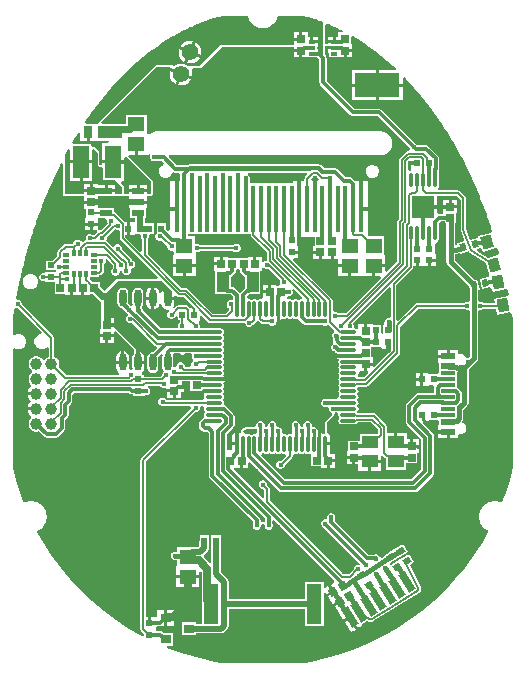
<source format=gbl>
G04*
G04 #@! TF.GenerationSoftware,Altium Limited,Altium Designer,22.7.1 (60)*
G04*
G04 Layer_Physical_Order=2*
G04 Layer_Color=16711680*
%FSLAX25Y25*%
%MOIN*%
G70*
G04*
G04 #@! TF.SameCoordinates,BCCB9F90-4AA1-44C7-A5C0-69E822051F84*
G04*
G04*
G04 #@! TF.FilePolarity,Positive*
G04*
G01*
G75*
%ADD10C,0.01000*%
%ADD12C,0.02362*%
%ADD13C,0.00600*%
%ADD27C,0.01575*%
%ADD28C,0.01181*%
%ADD29C,0.01378*%
%ADD30C,0.03937*%
%ADD31C,0.05512*%
%ADD32C,0.01575*%
%ADD33R,0.02400X0.01950*%
%ADD34R,0.01369X0.02362*%
G04:AMPARAMS|DCode=35|XSize=68.5mil|YSize=25.2mil|CornerRadius=0mil|HoleSize=0mil|Usage=FLASHONLY|Rotation=122.000|XOffset=0mil|YOffset=0mil|HoleType=Round|Shape=Rectangle|*
%AMROTATEDRECTD35*
4,1,4,0.02884,-0.02237,0.00747,-0.03572,-0.02884,0.02237,-0.00747,0.03572,0.02884,-0.02237,0.0*
%
%ADD35ROTATEDRECTD35*%

%ADD36R,0.05512X0.04331*%
%ADD37R,0.03937X0.07087*%
%ADD38R,0.01378X0.15748*%
%ADD39R,0.02362X0.01369*%
%ADD40R,0.07441X0.07205*%
%ADD41O,0.01181X0.05315*%
%ADD42R,0.02047X0.01181*%
%ADD43O,0.02362X0.05709*%
%ADD44R,0.03937X0.02165*%
%ADD45O,0.01181X0.05512*%
%ADD46O,0.05512X0.01181*%
%ADD47R,0.15000X0.08000*%
%ADD48R,0.01950X0.02400*%
G04:AMPARAMS|DCode=49|XSize=24mil|YSize=19.5mil|CornerRadius=0mil|HoleSize=0mil|Usage=FLASHONLY|Rotation=212.000|XOffset=0mil|YOffset=0mil|HoleType=Round|Shape=Rectangle|*
%AMROTATEDRECTD49*
4,1,4,0.00501,0.01463,0.01534,-0.00191,-0.00501,-0.01463,-0.01534,0.00191,0.00501,0.01463,0.0*
%
%ADD49ROTATEDRECTD49*%

G04:AMPARAMS|DCode=50|XSize=24mil|YSize=19.5mil|CornerRadius=0mil|HoleSize=0mil|Usage=FLASHONLY|Rotation=106.000|XOffset=0mil|YOffset=0mil|HoleType=Round|Shape=Rectangle|*
%AMROTATEDRECTD50*
4,1,4,0.01268,-0.00885,-0.00607,-0.01422,-0.01268,0.00885,0.00607,0.01422,0.01268,-0.00885,0.0*
%
%ADD50ROTATEDRECTD50*%

G04:AMPARAMS|DCode=51|XSize=24mil|YSize=19.5mil|CornerRadius=0mil|HoleSize=0mil|Usage=FLASHONLY|Rotation=101.500|XOffset=0mil|YOffset=0mil|HoleType=Round|Shape=Rectangle|*
%AMROTATEDRECTD51*
4,1,4,0.01195,-0.00982,-0.00716,-0.01370,-0.01195,0.00982,0.00716,0.01370,0.01195,-0.00982,0.0*
%
%ADD51ROTATEDRECTD51*%

%ADD52R,0.03543X0.03150*%
%ADD53R,0.05433X0.10709*%
%ADD54R,0.07874X0.08583*%
%ADD55R,0.04528X0.02362*%
%ADD56R,0.04528X0.01181*%
G04:AMPARAMS|DCode=57|XSize=35.43mil|YSize=43.31mil|CornerRadius=0mil|HoleSize=0mil|Usage=FLASHONLY|Rotation=196.000|XOffset=0mil|YOffset=0mil|HoleType=Round|Shape=Rectangle|*
%AMROTATEDRECTD57*
4,1,4,0.01106,0.02570,0.02300,-0.01593,-0.01106,-0.02570,-0.02300,0.01593,0.01106,0.02570,0.0*
%
%ADD57ROTATEDRECTD57*%

%ADD58R,0.03150X0.03937*%
%ADD59R,0.07874X0.04331*%
G04:AMPARAMS|DCode=60|XSize=35.43mil|YSize=43.31mil|CornerRadius=0mil|HoleSize=0mil|Usage=FLASHONLY|Rotation=191.500|XOffset=0mil|YOffset=0mil|HoleType=Round|Shape=Rectangle|*
%AMROTATEDRECTD60*
4,1,4,0.01304,0.02475,0.02168,-0.01769,-0.01304,-0.02475,-0.02168,0.01769,0.01304,0.02475,0.0*
%
%ADD60ROTATEDRECTD60*%

%ADD61R,0.02558X0.02677*%
G04:AMPARAMS|DCode=62|XSize=26.77mil|YSize=25.58mil|CornerRadius=0mil|HoleSize=0mil|Usage=FLASHONLY|Rotation=302.000|XOffset=0mil|YOffset=0mil|HoleType=Round|Shape=Rectangle|*
%AMROTATEDRECTD62*
4,1,4,-0.01794,0.00458,0.00375,0.01813,0.01794,-0.00458,-0.00375,-0.01813,-0.01794,0.00458,0.0*
%
%ADD62ROTATEDRECTD62*%

%ADD63R,0.05709X0.04921*%
%ADD64R,0.02677X0.02558*%
%ADD65R,0.05118X0.13386*%
%ADD66C,0.02165*%
%ADD67C,0.01949*%
%ADD68C,0.01192*%
%ADD69C,0.02500*%
G36*
X206975Y315039D02*
X207521Y314815D01*
X208064Y314586D01*
X208608Y314350D01*
X209150Y314109D01*
X209691Y313863D01*
X210232Y313611D01*
X210772Y313353D01*
X211311Y313089D01*
X211847Y312821D01*
X212014Y312736D01*
X211869Y312136D01*
X210583D01*
Y310559D01*
X209701D01*
Y308968D01*
X209201D01*
Y308469D01*
X207177D01*
Y308378D01*
X206149D01*
Y314756D01*
X206750Y315129D01*
X206975Y315039D01*
D02*
G37*
G36*
X180400Y317665D02*
X180413Y317567D01*
X180732Y316652D01*
X180888Y316385D01*
X181022Y316106D01*
X181604Y315331D01*
X181834Y315125D01*
X182046Y314900D01*
X182836Y314338D01*
X183118Y314212D01*
X183389Y314062D01*
X184313Y313767D01*
X184620Y313732D01*
X184923Y313672D01*
X185892D01*
X186196Y313732D01*
X186503Y313767D01*
X187426Y314062D01*
X187697Y314212D01*
X187979Y314338D01*
X188769Y314900D01*
X188981Y315125D01*
X189211Y315331D01*
X189793Y316106D01*
X189927Y316385D01*
X190084Y316652D01*
X190402Y317567D01*
X190416Y317665D01*
X198940D01*
X199264Y317583D01*
X199820Y317438D01*
X200374Y317288D01*
X200928Y317132D01*
X201481Y316970D01*
X202034Y316802D01*
X202585Y316629D01*
X203136Y316450D01*
X203688Y316265D01*
X204237Y316075D01*
X204786Y315879D01*
X205335Y315678D01*
X205500Y315615D01*
Y308378D01*
Y304441D01*
X203823D01*
Y304532D01*
X201799D01*
Y305532D01*
X203823D01*
Y306622D01*
X203423D01*
Y307378D01*
X203823D01*
Y308469D01*
X201799D01*
Y308968D01*
X201299D01*
Y310559D01*
X200417D01*
Y312136D01*
X198579D01*
Y309857D01*
X198079D01*
Y309357D01*
X195740D01*
Y307984D01*
X171484D01*
X164297Y300797D01*
X160502D01*
X159852Y301286D01*
X159033Y301617D01*
X158156Y301725D01*
X157281Y301602D01*
X156467Y301256D01*
X155879Y300797D01*
X155823D01*
X155042Y301266D01*
X149781D01*
X130069Y281554D01*
X126388D01*
X126067Y282154D01*
X126129Y282246D01*
X126542Y282858D01*
X126956Y283463D01*
X127374Y284067D01*
X127794Y284665D01*
X128218Y285259D01*
X128642Y285847D01*
X129070Y286433D01*
X129501Y287013D01*
X129933Y287589D01*
X130368Y288160D01*
X130805Y288726D01*
X131245Y289289D01*
X131688Y289847D01*
X132132Y290400D01*
X132580Y290949D01*
X133028Y291492D01*
X133479Y292031D01*
X133933Y292565D01*
X134389Y293095D01*
X134847Y293619D01*
X135306Y294139D01*
X135768Y294653D01*
X136233Y295164D01*
X136700Y295669D01*
X137169Y296171D01*
X137639Y296666D01*
X138113Y297158D01*
X138587Y297643D01*
X139064Y298124D01*
X139543Y298600D01*
X140023Y299070D01*
X140506Y299536D01*
X140990Y299996D01*
X141478Y300453D01*
X141965Y300903D01*
X142455Y301349D01*
X142947Y301790D01*
X143441Y302225D01*
X143937Y302655D01*
X144433Y303080D01*
X144933Y303500D01*
X145434Y303915D01*
X145936Y304324D01*
X146439Y304728D01*
X146945Y305127D01*
X147452Y305521D01*
X147961Y305909D01*
X148472Y306293D01*
X148983Y306670D01*
X149496Y307042D01*
X150012Y307410D01*
X150528Y307771D01*
X151046Y308128D01*
X151564Y308478D01*
X152085Y308824D01*
X152607Y309165D01*
X153131Y309500D01*
X153654Y309828D01*
X154181Y310153D01*
X154708Y310471D01*
X155236Y310784D01*
X155765Y311091D01*
X156297Y311394D01*
X156829Y311690D01*
X157361Y311981D01*
X157896Y312266D01*
X158432Y312546D01*
X158967Y312820D01*
X159505Y313090D01*
X160044Y313353D01*
X160583Y313611D01*
X161123Y313862D01*
X161665Y314109D01*
X162208Y314350D01*
X162751Y314585D01*
X163295Y314815D01*
X163840Y315039D01*
X164386Y315258D01*
X164933Y315471D01*
X165481Y315678D01*
X166029Y315879D01*
X166579Y316075D01*
X167129Y316266D01*
X167679Y316450D01*
X168229Y316629D01*
X168782Y316802D01*
X169335Y316970D01*
X169888Y317132D01*
X170441Y317288D01*
X170995Y317438D01*
X171551Y317583D01*
X171876Y317665D01*
X180400Y317665D01*
D02*
G37*
G36*
X215579Y310784D02*
X216107Y310471D01*
X216635Y310152D01*
X217161Y309829D01*
X217685Y309499D01*
X218209Y309164D01*
X218730Y308824D01*
X219251Y308478D01*
X219770Y308128D01*
X220288Y307771D01*
X220804Y307410D01*
X221319Y307042D01*
X221833Y306670D01*
X222345Y306292D01*
X222855Y305909D01*
X223363Y305521D01*
X223870Y305127D01*
X224377Y304727D01*
X224880Y304324D01*
X225382Y303914D01*
X225882Y303500D01*
X226381Y303080D01*
X226879Y302655D01*
X227374Y302225D01*
X227869Y301789D01*
X228360Y301349D01*
X228851Y300903D01*
X229339Y300453D01*
X229715Y300100D01*
X229620Y299704D01*
X229477Y299500D01*
X224000D01*
Y295000D01*
X232000D01*
Y297018D01*
X232600Y297262D01*
X232703Y297157D01*
X233176Y296666D01*
X233646Y296171D01*
X234115Y295670D01*
X234581Y295165D01*
X235046Y294654D01*
X235508Y294140D01*
X235968Y293620D01*
X236426Y293095D01*
X236883Y292565D01*
X237336Y292031D01*
X237787Y291492D01*
X238236Y290949D01*
X238684Y290399D01*
X239127Y289847D01*
X239570Y289289D01*
X240009Y288727D01*
X240447Y288160D01*
X240882Y287589D01*
X241315Y287013D01*
X241745Y286433D01*
X242173Y285847D01*
X242598Y285258D01*
X243021Y284665D01*
X243441Y284067D01*
X243859Y283464D01*
X244274Y282857D01*
X244687Y282246D01*
X245097Y281630D01*
X245504Y281012D01*
X245909Y280387D01*
X246311Y279759D01*
X246710Y279127D01*
X247108Y278490D01*
X247501Y277850D01*
X247893Y277204D01*
X248281Y276556D01*
X248668Y275903D01*
X249050Y275246D01*
X249431Y274586D01*
X249809Y273919D01*
X250183Y273251D01*
X250554Y272580D01*
X250923Y271903D01*
X251290Y271221D01*
X251653Y270538D01*
X252013Y269850D01*
X252369Y269160D01*
X252724Y268463D01*
X253076Y267764D01*
X253424Y267061D01*
X253768Y266357D01*
X254110Y265648D01*
X254450Y264933D01*
X254786Y264216D01*
X255120Y263495D01*
X255450Y262771D01*
X255777Y262044D01*
X256100Y261314D01*
X256421Y260578D01*
X256739Y259842D01*
X257053Y259101D01*
X257364Y258357D01*
X257673Y257609D01*
X257977Y256860D01*
X258278Y256106D01*
X258577Y255349D01*
X258872Y254589D01*
X259164Y253826D01*
X259452Y253062D01*
X259737Y252292D01*
X260019Y251520D01*
X260298Y250746D01*
X260573Y249969D01*
X260845Y249189D01*
X261114Y248405D01*
X261379Y247619D01*
X261641Y246829D01*
X261899Y246038D01*
X261901Y246030D01*
X261470Y245411D01*
X257188Y244183D01*
Y244183D01*
X257122Y243755D01*
X254473Y242995D01*
X253164Y246595D01*
Y256821D01*
X253094Y257172D01*
X252895Y257470D01*
X251137Y259228D01*
X250839Y259427D01*
X250488Y259497D01*
X244098D01*
X244076Y259521D01*
X243833Y260097D01*
X243972Y260305D01*
X244064Y260770D01*
Y266123D01*
X244175Y266289D01*
X244268Y266754D01*
X244268Y266754D01*
Y270140D01*
X244175Y270605D01*
X243912Y270999D01*
X243912Y270999D01*
X240815Y274096D01*
X240421Y274359D01*
X239956Y274451D01*
X239956Y274451D01*
X236940D01*
X236853Y274663D01*
X236462Y275053D01*
X236043Y275227D01*
X224912Y286358D01*
X224518Y286621D01*
X224054Y286714D01*
X224053Y286714D01*
X216003D01*
X206714Y296003D01*
Y303635D01*
X206714Y303635D01*
X206622Y304100D01*
X206358Y304494D01*
X206358Y304494D01*
X206149Y304703D01*
Y307729D01*
X207177D01*
Y307500D01*
X209201D01*
Y306500D01*
X207177D01*
Y305410D01*
X207577D01*
Y303841D01*
X210583D01*
Y303833D01*
X212421D01*
Y306111D01*
X212921D01*
Y306611D01*
X215260D01*
Y308390D01*
X214860D01*
Y310508D01*
X215460Y310853D01*
X215579Y310784D01*
D02*
G37*
G36*
X195740Y306611D02*
X198079D01*
Y306111D01*
X198579D01*
Y303833D01*
X200417D01*
Y303841D01*
X201682D01*
X201799Y303818D01*
X203601D01*
X204286Y303133D01*
Y295500D01*
X204286Y295500D01*
X204379Y295036D01*
X204642Y294642D01*
X214642Y284642D01*
X215036Y284379D01*
X215500Y284286D01*
X215500Y284286D01*
X223551D01*
X234327Y273510D01*
X234428Y273265D01*
X234203Y272791D01*
X234078Y272665D01*
X233794D01*
X233443Y272595D01*
X233145Y272396D01*
X231037Y270288D01*
X230838Y269990D01*
X230768Y269639D01*
Y249976D01*
X230437Y249644D01*
X230238Y249347D01*
X230168Y248995D01*
Y235796D01*
X226728Y232355D01*
X226173Y232585D01*
Y233906D01*
X222819D01*
Y230945D01*
X224533D01*
X224763Y230391D01*
X213010Y218638D01*
X210507D01*
X210249Y218896D01*
X209739Y219107D01*
X209187D01*
X208672Y219543D01*
Y222780D01*
X208602Y223131D01*
X208403Y223428D01*
X195434Y236397D01*
X195664Y236952D01*
X197255D01*
Y238427D01*
X195055D01*
Y239427D01*
X197255D01*
Y240902D01*
X197255D01*
X196855Y241302D01*
Y243869D01*
X196925D01*
Y253318D01*
Y262767D01*
X195350D01*
Y261792D01*
X181015D01*
Y263130D01*
X181088Y263307D01*
Y263859D01*
X180877Y264369D01*
X180487Y264759D01*
X180464Y264769D01*
X180583Y265369D01*
X200050D01*
X200280Y264814D01*
X199524Y264059D01*
X199326Y263761D01*
X199256Y263410D01*
Y262767D01*
X198303D01*
Y253318D01*
Y243869D01*
X199878D01*
Y243869D01*
X200468D01*
Y243869D01*
X202664D01*
Y241111D01*
X202264D01*
Y239332D01*
X204602D01*
Y238832D01*
X205102D01*
Y236553D01*
X208039D01*
Y238832D01*
X209039D01*
Y236553D01*
X210591D01*
Y234906D01*
X214445D01*
Y234405D01*
X214945D01*
Y230945D01*
X218299D01*
Y230945D01*
X218465D01*
Y230945D01*
X221819D01*
Y234405D01*
X222319D01*
Y234906D01*
X226173D01*
Y237866D01*
X225773Y238038D01*
Y244159D01*
X220350D01*
Y252629D01*
X218087D01*
Y253318D01*
X217398D01*
Y262767D01*
X216092D01*
X215448Y263410D01*
X215022Y263695D01*
X214519Y263795D01*
X213041D01*
X210248Y266588D01*
X209822Y266873D01*
X209319Y266973D01*
X205834D01*
X205019Y267788D01*
X204592Y268073D01*
X204089Y268173D01*
X161104D01*
X160601Y268073D01*
X160486Y267997D01*
X156757D01*
X154041Y270713D01*
X154271Y271268D01*
X224583D01*
X224974Y271268D01*
X224974Y271268D01*
X224974Y271268D01*
X225331Y271338D01*
X225742Y271420D01*
X225742Y271420D01*
X225742Y271420D01*
X226466Y271720D01*
X227117Y272155D01*
X227671Y272709D01*
X228106Y273360D01*
X228405Y274083D01*
X228558Y274851D01*
X228558Y275243D01*
X228558Y275243D01*
Y275635D01*
X228405Y276403D01*
X228106Y277126D01*
X227671Y277777D01*
X227117Y278331D01*
X226466Y278766D01*
X225742Y279066D01*
X224974Y279219D01*
X224583D01*
X224583Y279219D01*
X150173Y279219D01*
X149782Y279219D01*
X149014Y279066D01*
X148290Y278766D01*
X147669Y278351D01*
X147210Y278332D01*
X146679Y278752D01*
Y284620D01*
X139770D01*
Y281598D01*
X135626D01*
X135450Y281563D01*
X131781D01*
X131551Y282117D01*
X150050Y300616D01*
X154446D01*
X154573Y300499D01*
X154672Y300299D01*
X158373Y298804D01*
X161854Y297397D01*
X161973Y298373D01*
X161836Y299352D01*
X161711Y299647D01*
X162042Y300147D01*
X164297D01*
X164756Y300337D01*
X171753Y307335D01*
X195740D01*
Y306611D01*
D02*
G37*
G36*
X130316Y272108D02*
Y268081D01*
X130955Y267442D01*
X131781D01*
X132270Y266953D01*
Y263001D01*
X136222D01*
X138500Y260723D01*
Y258227D01*
X136153D01*
Y258809D01*
X133185D01*
Y259310D01*
X132685D01*
Y261392D01*
X130602D01*
Y261588D01*
X128764D01*
Y259310D01*
X128264D01*
Y258809D01*
X125925D01*
Y258227D01*
X119320D01*
Y270834D01*
X119526Y271222D01*
X119892Y271903D01*
X120261Y272580D01*
X120561Y273123D01*
X121090Y273007D01*
X121161Y272968D01*
Y269455D01*
X124878D01*
X128595D01*
Y273045D01*
X129149Y273275D01*
X130316Y272108D01*
D02*
G37*
G36*
X234963Y269073D02*
Y268947D01*
X236938D01*
Y267947D01*
X234963D01*
X234963Y266247D01*
X234512Y266025D01*
X234407Y265955D01*
X233807Y266276D01*
Y268766D01*
X234363Y269322D01*
X234963Y269073D01*
D02*
G37*
G36*
X124587Y278765D02*
Y275829D01*
X126661D01*
Y278798D01*
X127661D01*
Y275829D01*
X129736D01*
Y275829D01*
X130252Y276032D01*
X134056D01*
X134139Y275909D01*
X133818Y275309D01*
X131870D01*
Y269455D01*
X135587D01*
X139303D01*
Y270413D01*
X139857Y270642D01*
X148000Y262500D01*
Y258227D01*
X146783D01*
Y258809D01*
X143815D01*
X140847D01*
Y258227D01*
X139149D01*
Y260723D01*
X138959Y261182D01*
X138095Y262047D01*
X138324Y262601D01*
X139303D01*
Y268455D01*
X135587D01*
X131870D01*
Y268151D01*
X131781Y268092D01*
X131224D01*
X130965Y268350D01*
Y272108D01*
X130775Y272567D01*
X129608Y273734D01*
X129489Y273783D01*
X129397Y273875D01*
X129268D01*
X129149Y273924D01*
X129029Y273875D01*
X128900D01*
X128795Y273831D01*
X128194Y274232D01*
Y274909D01*
X122238D01*
X121918Y275510D01*
X122148Y275903D01*
X122535Y276557D01*
X122923Y277205D01*
X123314Y277850D01*
X123708Y278490D01*
X123987Y278937D01*
X124587Y278765D01*
D02*
G37*
G36*
X143724Y271406D02*
X147079D01*
Y271406D01*
X147678Y271795D01*
X147920Y271146D01*
X147786Y270821D01*
Y270269D01*
X147997Y269759D01*
X148387Y269369D01*
X148897Y269158D01*
X149449D01*
X149626Y269231D01*
X151806D01*
X152391Y268646D01*
X152214Y267974D01*
X151697Y267760D01*
X151085Y267148D01*
X150754Y266349D01*
Y265484D01*
X151085Y264684D01*
X151697Y264073D01*
X152497Y263741D01*
X153362D01*
X154161Y264073D01*
X154773Y264684D01*
X154996Y265224D01*
X155595Y265476D01*
X155700Y265475D01*
X155710Y265469D01*
X156213Y265369D01*
X157598D01*
X157914Y264984D01*
Y262767D01*
X157358D01*
Y253318D01*
X156669D01*
Y252629D01*
X154405D01*
Y246300D01*
X153851Y246070D01*
X153156Y246765D01*
Y248507D01*
X150006D01*
Y245080D01*
X149831Y244905D01*
X149620Y244395D01*
Y243843D01*
X149831Y243333D01*
X150221Y242943D01*
X150731Y242732D01*
X151283D01*
X151639Y242879D01*
X153599Y240919D01*
Y240528D01*
X153810Y240018D01*
X154201Y239628D01*
X154711Y239417D01*
X155263D01*
X155774Y238979D01*
X155774Y238300D01*
X155374Y237866D01*
X155374Y237603D01*
Y234906D01*
X163083D01*
Y237603D01*
X163083Y237866D01*
X162984Y237974D01*
X163026Y238752D01*
X163194Y238896D01*
X163746D01*
X164256Y239107D01*
X164515Y239366D01*
X175575D01*
X175846Y239095D01*
X176356Y238884D01*
X176908D01*
X177418Y239095D01*
X177808Y239485D01*
X178019Y239995D01*
Y240547D01*
X177808Y241057D01*
X177418Y241447D01*
X176908Y241659D01*
X176356D01*
X175846Y241447D01*
X175600Y241201D01*
X164515D01*
X164256Y241460D01*
X163746Y241671D01*
X163194D01*
X162683Y242108D01*
Y244159D01*
X160543D01*
Y244844D01*
X181342D01*
Y244740D01*
X181412Y244389D01*
X181611Y244091D01*
X186778Y238924D01*
Y236067D01*
X186404D01*
X185894Y235856D01*
X185614Y235576D01*
X185095Y235712D01*
X185014Y235760D01*
Y236281D01*
Y237445D01*
X183235D01*
Y235106D01*
X182235D01*
Y237445D01*
X180456D01*
Y237045D01*
X177134D01*
Y237045D01*
X173788D01*
Y237445D01*
X172009D01*
Y235106D01*
X171509D01*
Y234606D01*
X169230D01*
Y232768D01*
X169632D01*
Y224861D01*
X173461D01*
X173579Y224837D01*
X173579Y224837D01*
X174651D01*
X175522Y223966D01*
Y223227D01*
X175034Y222901D01*
X174482D01*
X173972Y222690D01*
X173582Y222299D01*
X173371Y221789D01*
Y221237D01*
X173582Y220727D01*
X173972Y220337D01*
X174173Y220254D01*
X174246Y219636D01*
X173013Y218403D01*
X168720D01*
X163055Y224068D01*
X163055Y224068D01*
X160491Y226631D01*
X160193Y226830D01*
X159842Y226900D01*
X158311D01*
X146981Y238230D01*
Y243208D01*
X147239Y243467D01*
X147450Y243976D01*
Y244528D01*
X147703Y244907D01*
X149206D01*
Y246554D01*
X149237Y246707D01*
X149206Y246859D01*
Y248507D01*
X146100D01*
Y250147D01*
X146384D01*
Y253487D01*
X146783D01*
Y255069D01*
X143815D01*
X140847D01*
Y253487D01*
X141246D01*
Y250147D01*
X142889D01*
Y249354D01*
X142520Y248907D01*
X141045D01*
Y246707D01*
Y244507D01*
X142520D01*
Y244507D01*
X142954Y244907D01*
X144423D01*
X144676Y244528D01*
Y243976D01*
X144887Y243467D01*
X145145Y243208D01*
Y239153D01*
X144591Y238923D01*
X139607Y243907D01*
X139636Y244507D01*
X140045D01*
Y246707D01*
Y248907D01*
X139432D01*
X139319Y249076D01*
X136351Y252044D01*
X136053Y252243D01*
X135754Y252302D01*
Y253512D01*
X131108D01*
X130617Y253512D01*
X130602Y254106D01*
Y255064D01*
X125925D01*
Y253285D01*
X126464D01*
X126464Y250588D01*
X126064Y250153D01*
X126064Y250119D01*
Y248678D01*
X130464D01*
Y249610D01*
X130617Y250147D01*
X131051Y250147D01*
X132933D01*
X133368Y249629D01*
Y249077D01*
X133580Y248567D01*
X133652Y248495D01*
Y248284D01*
X131556Y246188D01*
X131247D01*
X131041Y246147D01*
X130649Y246366D01*
X130464Y246552D01*
Y247678D01*
X128764D01*
Y246203D01*
X130033D01*
X130282Y245603D01*
X129303Y244625D01*
X128631D01*
X128496Y244760D01*
X127986Y244971D01*
X127434D01*
X126924Y244760D01*
X126534Y244369D01*
X126323Y243859D01*
Y243307D01*
X126168Y243016D01*
X125972Y242744D01*
X125674Y242545D01*
X125513Y242384D01*
X124881Y242450D01*
X124785Y242504D01*
X124444Y242845D01*
X123934Y243057D01*
X123382D01*
X122872Y242845D01*
X122482Y242455D01*
X122271Y241945D01*
Y241797D01*
X122135Y241686D01*
X119650D01*
X119299Y241616D01*
X119001Y241417D01*
X117243Y239659D01*
X117044Y239361D01*
X116974Y239010D01*
Y237744D01*
X115319Y236089D01*
X113016D01*
Y232939D01*
X116337D01*
X116560Y232553D01*
X116493Y232233D01*
X116404Y232139D01*
X113017D01*
Y232139D01*
X112481Y231954D01*
X111929D01*
X111419Y231743D01*
X111029Y231353D01*
X110817Y230843D01*
Y230291D01*
X111029Y229781D01*
X111419Y229391D01*
X111929Y229180D01*
X112481D01*
X113017Y228989D01*
Y228989D01*
X115433D01*
X116023Y228966D01*
Y225089D01*
X119369D01*
Y224689D01*
X121148D01*
Y227028D01*
X122148D01*
Y224689D01*
X123103D01*
Y224689D01*
X124882D01*
Y227028D01*
X125882D01*
Y224689D01*
X127661D01*
Y225089D01*
X128438D01*
X130662Y222866D01*
X131251Y222472D01*
X131613Y222400D01*
Y216606D01*
X131491D01*
Y213260D01*
X131091D01*
Y211481D01*
X135768D01*
Y212232D01*
X136322Y212461D01*
X142375Y206409D01*
X142510Y206081D01*
Y205130D01*
X142440Y205083D01*
X142047Y204494D01*
X141908Y203799D01*
Y200453D01*
X141991Y200035D01*
X141921Y199894D01*
X141573Y199517D01*
X141533Y199496D01*
X141370D01*
X140944Y199880D01*
X140862Y200017D01*
X140948Y200453D01*
Y201626D01*
X136501D01*
Y200453D01*
X136670Y199602D01*
X137152Y198880D01*
X137624Y198565D01*
X137442Y197965D01*
X119947D01*
X117324Y200588D01*
X117362Y200655D01*
X117537Y201308D01*
Y201984D01*
X117362Y202637D01*
X117024Y203223D01*
X116546Y203701D01*
X115960Y204040D01*
X115886Y204059D01*
Y210363D01*
X115816Y210715D01*
X115617Y211012D01*
X105110Y221519D01*
Y221885D01*
X104899Y222395D01*
X104509Y222785D01*
X103999Y222996D01*
X103728D01*
X103263Y223450D01*
X103221Y223551D01*
X103263Y223776D01*
X103426Y224627D01*
X103593Y225477D01*
X103763Y226324D01*
X103936Y227168D01*
X104113Y228012D01*
X104294Y228853D01*
X104479Y229696D01*
X104667Y230533D01*
X104859Y231368D01*
X105054Y232204D01*
X105253Y233035D01*
X105456Y233867D01*
X105662Y234695D01*
X105872Y235519D01*
X106085Y236344D01*
X106301Y237162D01*
X106522Y237982D01*
X106746Y238799D01*
X106973Y239615D01*
X107204Y240425D01*
X107438Y241235D01*
X107676Y242041D01*
X107917Y242846D01*
X108161Y243647D01*
X108410Y244447D01*
X108662Y245245D01*
X108916Y246038D01*
X109175Y246830D01*
X109437Y247618D01*
X109702Y248405D01*
X109971Y249188D01*
X110242Y249968D01*
X110518Y250746D01*
X110796Y251520D01*
X111078Y252293D01*
X111363Y253061D01*
X111651Y253826D01*
X111944Y254590D01*
X112239Y255350D01*
X112537Y256106D01*
X112839Y256860D01*
X113143Y257610D01*
X113451Y258356D01*
X113763Y259102D01*
X114077Y259842D01*
X114394Y260578D01*
X114715Y261313D01*
X115039Y262044D01*
X115366Y262771D01*
X115695Y263494D01*
X116029Y264216D01*
X116364Y264931D01*
X116704Y265646D01*
X117046Y266355D01*
X117392Y267062D01*
X117740Y267764D01*
X118091Y268464D01*
X118671Y268279D01*
Y258227D01*
X118861Y257768D01*
X119320Y257577D01*
X125925D01*
Y256064D01*
X130602D01*
Y257594D01*
X133185D01*
X133351Y257627D01*
X135754D01*
Y257627D01*
X135861Y257699D01*
X136153Y257577D01*
X138500D01*
X138825Y257712D01*
X139149Y257577D01*
X140847D01*
Y256069D01*
X143815D01*
X146783D01*
Y257577D01*
X148000D01*
X148459Y257768D01*
X148649Y258227D01*
Y262500D01*
X148459Y262959D01*
X140613Y270806D01*
X140861Y271406D01*
X142724D01*
Y274866D01*
X143724D01*
Y271406D01*
D02*
G37*
G36*
X204037Y263367D02*
X203788Y262767D01*
X203421D01*
Y253318D01*
X202043D01*
Y262767D01*
X201676D01*
X201428Y263367D01*
X202413Y264352D01*
X203051D01*
X204037Y263367D01*
D02*
G37*
G36*
X251329Y256441D02*
Y246433D01*
X251360Y246277D01*
X251384Y246119D01*
X252555Y242901D01*
X252282Y242367D01*
X250298Y241798D01*
X250368Y241553D01*
X249909Y241371D01*
X249415Y241722D01*
Y248452D01*
X249907D01*
Y251798D01*
X250307D01*
Y253577D01*
X247969D01*
X245630D01*
Y251798D01*
X245135Y251545D01*
X244174D01*
X244174Y251545D01*
X243640Y252027D01*
X243634Y252049D01*
Y253577D01*
X238913D01*
Y254577D01*
X243634D01*
Y257662D01*
X250108D01*
X251329Y256441D01*
D02*
G37*
G36*
X254021Y239076D02*
X254037Y239064D01*
X254048Y239047D01*
X254477Y238619D01*
X254567Y238559D01*
X254646Y238485D01*
X259710Y235387D01*
X260778Y231661D01*
X260880Y231283D01*
X260665Y230843D01*
X260540Y230673D01*
X257733Y230102D01*
X258451Y226574D01*
X261127Y227119D01*
X261820Y226724D01*
X262033Y225675D01*
X266541Y226592D01*
X267074Y226218D01*
X267223Y225477D01*
X267345Y224851D01*
X267148Y224325D01*
X262500Y223379D01*
X262703Y222382D01*
X262323Y221918D01*
X258984D01*
X258726Y222176D01*
X258216Y222387D01*
X257664D01*
X257179Y222711D01*
Y226316D01*
X257667Y226415D01*
X256949Y229943D01*
X255928Y229735D01*
X255899Y229755D01*
X255870Y229760D01*
X249415Y236216D01*
Y238185D01*
X251188Y238693D01*
X251290Y238337D01*
X253998Y239114D01*
X254021Y239076D01*
D02*
G37*
G36*
X246030Y248452D02*
X246585D01*
Y239251D01*
Y235630D01*
X246693Y235088D01*
X247000Y234629D01*
X254182Y227447D01*
X254252Y227400D01*
X254350Y226918D01*
Y222711D01*
X253866Y222387D01*
X253314D01*
X252804Y222176D01*
X252546Y221918D01*
X236746D01*
X236395Y221848D01*
X236097Y221649D01*
X230483Y216035D01*
X229929Y216265D01*
Y227870D01*
X235335Y233276D01*
X235534Y233573D01*
X235603Y233925D01*
Y234182D01*
X236445D01*
Y236157D01*
X237445D01*
Y234182D01*
X240382D01*
Y236157D01*
X240882D01*
Y236657D01*
X243082D01*
Y238132D01*
X243082D01*
X242682Y238566D01*
Y241458D01*
X242772Y241767D01*
X243113Y242089D01*
X243315Y242129D01*
X243709Y242392D01*
X243972Y242786D01*
X244064Y243250D01*
Y248505D01*
X244677Y249117D01*
X246030D01*
Y248452D01*
D02*
G37*
G36*
X258433Y239839D02*
X258712Y238866D01*
X263075Y240117D01*
X263771Y239863D01*
X263843Y239612D01*
X264069Y238800D01*
X264165Y238451D01*
X263918Y237921D01*
X260627Y236977D01*
X256770Y239337D01*
X256851Y239932D01*
X257712Y240178D01*
X258433Y239839D01*
D02*
G37*
G36*
X136706Y246341D02*
X137258D01*
X137752Y246011D01*
Y243547D01*
X137822Y243196D01*
X138021Y242898D01*
X150330Y230588D01*
X150101Y230034D01*
X137497D01*
X136802Y229896D01*
X136213Y229502D01*
X132687Y225976D01*
X131007Y227657D01*
Y228966D01*
X128547D01*
X128380Y229133D01*
X128210Y229388D01*
X127753Y229845D01*
Y230763D01*
X130809D01*
Y231130D01*
X130950D01*
X131301Y231200D01*
X131599Y231398D01*
X132258Y232057D01*
X132457Y232355D01*
X132527Y232706D01*
Y234854D01*
X132785Y235112D01*
X132996Y235622D01*
Y236174D01*
X132960Y236261D01*
X133469Y236601D01*
X135378Y234692D01*
Y233541D01*
X135119Y233282D01*
X134908Y232772D01*
Y232220D01*
X135119Y231710D01*
X135510Y231320D01*
X136020Y231109D01*
X136571D01*
X137081Y231320D01*
X137472Y231710D01*
X137683Y232220D01*
Y232630D01*
X138118Y232894D01*
X138119Y232894D01*
X138555Y232545D01*
Y232306D01*
X138767Y231796D01*
X139157Y231406D01*
X139667Y231194D01*
X140219D01*
X140729Y231406D01*
X141119Y231796D01*
X141330Y232306D01*
Y232858D01*
X141314Y232898D01*
X141714Y233498D01*
X141777D01*
X142287Y233709D01*
X142677Y234099D01*
X142888Y234609D01*
Y235161D01*
X142677Y235671D01*
X142287Y236062D01*
X141865Y236236D01*
X141804Y236543D01*
X141605Y236841D01*
X138461Y239984D01*
Y240350D01*
X138250Y240860D01*
X137860Y241250D01*
X137350Y241461D01*
X136798D01*
X136288Y241250D01*
X135898Y240860D01*
X135315Y240744D01*
X133514Y242545D01*
X133217Y242744D01*
X133333Y243307D01*
Y243673D01*
X136208Y246548D01*
X136706Y246341D01*
D02*
G37*
G36*
X152915Y227852D02*
X152770Y227241D01*
X152152Y226828D01*
X151670Y226107D01*
X151530Y225405D01*
X150918D01*
X150779Y226107D01*
X150297Y226828D01*
X149575Y227310D01*
X149224Y227380D01*
Y223583D01*
Y219785D01*
X149575Y219855D01*
X150297Y220337D01*
X150779Y221058D01*
X150918Y221760D01*
X151530D01*
X151670Y221058D01*
X152152Y220337D01*
X152873Y219855D01*
X153724Y219686D01*
X154016Y219744D01*
X154214Y219176D01*
X153824Y218786D01*
X153613Y218276D01*
Y217724D01*
X153824Y217214D01*
X154214Y216824D01*
X154724Y216613D01*
X155276D01*
X155786Y216824D01*
X156176Y217214D01*
X156387Y217724D01*
X156445Y217749D01*
X157044Y217357D01*
Y216310D01*
X157701D01*
Y215470D01*
X157442Y215211D01*
X157231Y214701D01*
Y214149D01*
X157260Y214078D01*
X156859Y213478D01*
X151392D01*
X145391Y219478D01*
Y219704D01*
X145180Y220214D01*
X145009Y220625D01*
X145402Y221215D01*
X145540Y221909D01*
Y225256D01*
X145402Y225951D01*
X145009Y226540D01*
X144419Y226934D01*
X143724Y227072D01*
X143029Y226934D01*
X142440Y226540D01*
X142047Y225951D01*
X141908Y225256D01*
Y221909D01*
X142017Y221363D01*
X141641Y221002D01*
X141535Y220946D01*
X141312Y221039D01*
X140524Y221827D01*
X140540Y221909D01*
Y225256D01*
X140402Y225951D01*
X140008Y226540D01*
X139419Y226934D01*
X138724Y227072D01*
X138030Y226934D01*
X137440Y226540D01*
X137047Y225951D01*
X136908Y225256D01*
Y221909D01*
X137047Y221215D01*
X137440Y220625D01*
X138030Y220232D01*
X138724Y220093D01*
X138807Y220110D01*
X139595Y219322D01*
X139769Y218903D01*
X140159Y218513D01*
X140293Y218457D01*
X140342Y218122D01*
X140331Y217824D01*
X140303Y217765D01*
X139992Y217454D01*
X139781Y216944D01*
Y216392D01*
X139992Y215882D01*
X140382Y215492D01*
X140892Y215281D01*
X141444D01*
X141800Y215428D01*
X149550Y207678D01*
X149848Y207479D01*
X150038Y206829D01*
X148807Y205599D01*
X148724Y205615D01*
X148029Y205477D01*
X147440Y205083D01*
X147047Y204494D01*
X146908Y203799D01*
Y200453D01*
X147047Y199758D01*
X147440Y199169D01*
X148029Y198775D01*
X148724Y198637D01*
X149419Y198775D01*
X150008Y199169D01*
X150402Y199758D01*
X150540Y200453D01*
Y203799D01*
X150524Y203882D01*
X151706Y205064D01*
X152172Y204681D01*
X152047Y204494D01*
X151908Y203799D01*
Y200453D01*
X152047Y199758D01*
X152121Y199646D01*
X152380Y199122D01*
X151990Y198732D01*
X151779Y198222D01*
Y197856D01*
X151363Y197440D01*
X145694D01*
Y198097D01*
X145205D01*
X145023Y198697D01*
X145297Y198880D01*
X145779Y199602D01*
X145948Y200453D01*
Y201626D01*
X143724D01*
Y202626D01*
X145948D01*
Y203799D01*
X145779Y204650D01*
X145297Y205372D01*
X144575Y205854D01*
X143787Y206011D01*
Y206713D01*
X135944Y214556D01*
X135768D01*
Y217006D01*
X133550D01*
Y224271D01*
X137497Y228218D01*
X137497D01*
X137497Y228218D01*
X137497Y228218D01*
X152610Y228218D01*
X152915Y227852D01*
D02*
G37*
G36*
X185894Y233504D02*
X186404Y233293D01*
X186955D01*
X187311Y233440D01*
X191190Y229561D01*
X191042Y229206D01*
Y228654D01*
X191253Y228144D01*
X190961Y227588D01*
X189937D01*
Y227988D01*
X188159D01*
Y225650D01*
X187659D01*
Y225150D01*
X185380D01*
Y223681D01*
X185349D01*
X185337Y223661D01*
X184791Y223284D01*
X184610Y223320D01*
X184146Y223228D01*
X183752Y222965D01*
X183500D01*
X183106Y223228D01*
X182642Y223320D01*
X182177Y223228D01*
X181783Y222965D01*
X181532D01*
X181138Y223228D01*
X180673Y223320D01*
X180204Y223746D01*
X180167Y224215D01*
X180234Y224281D01*
X180642Y224689D01*
X180814Y224861D01*
X184612D01*
Y232768D01*
X185014D01*
Y233079D01*
Y233599D01*
X185095Y233648D01*
X185614Y233784D01*
X185894Y233504D01*
D02*
G37*
G36*
X177660Y232940D02*
X177776Y232643D01*
X177868Y232178D01*
X178131Y231785D01*
X178823Y231093D01*
X178823Y231093D01*
X179217Y230830D01*
X179475Y230778D01*
Y226940D01*
X179429Y226909D01*
X179429Y226909D01*
X178128Y225608D01*
X177720Y225393D01*
X177313Y225608D01*
X176012Y226909D01*
X175618Y227173D01*
X175154Y227265D01*
X174769Y227675D01*
Y230778D01*
X175027Y230830D01*
X175421Y231093D01*
X176113Y231785D01*
X176113Y231785D01*
X176376Y232178D01*
X176469Y232643D01*
X176594Y232966D01*
X177017Y233131D01*
X177660Y232940D01*
D02*
G37*
G36*
X198547Y223901D02*
X198464Y223594D01*
X198298Y223302D01*
X197925Y223228D01*
X197531Y222965D01*
X197280D01*
X196886Y223228D01*
X196421Y223320D01*
X195957Y223228D01*
X195563Y222965D01*
X195311D01*
X194917Y223228D01*
X194453Y223320D01*
X193988Y223228D01*
X193443Y223374D01*
X193351Y223790D01*
X193667Y224152D01*
X193797Y224262D01*
X194349D01*
X194859Y224473D01*
X195249Y224864D01*
X195460Y225374D01*
Y225926D01*
X195309Y226290D01*
X195818Y226630D01*
X198547Y223901D01*
D02*
G37*
G36*
X156785Y224134D02*
X157082Y223935D01*
X157434Y223865D01*
X158965D01*
X161965Y220865D01*
X161736Y220310D01*
X161158D01*
X161143Y220332D01*
X160616Y220859D01*
X160318Y221058D01*
X159967Y221128D01*
X157210D01*
X156859Y221058D01*
X156561Y220859D01*
X155977Y220274D01*
X155511Y220657D01*
X155779Y221058D01*
X155948Y221909D01*
Y223083D01*
X153724D01*
Y224083D01*
X155948D01*
Y224186D01*
X156503Y224416D01*
X156785Y224134D01*
D02*
G37*
G36*
X228094Y226948D02*
Y217327D01*
X228088Y217313D01*
X227979Y217168D01*
X227600Y216887D01*
X227461D01*
X227324Y216915D01*
X227187Y216887D01*
X227048D01*
X226919Y216834D01*
X226783Y216807D01*
X226667Y216729D01*
X226538Y216676D01*
X226440Y216578D01*
X226324Y216500D01*
X226246Y216384D01*
X226148Y216286D01*
X226095Y216157D01*
X226017Y216041D01*
X225990Y215905D01*
X225937Y215776D01*
Y215637D01*
X225909Y215500D01*
Y214654D01*
X225561D01*
Y211624D01*
X225499Y211544D01*
X225331Y211479D01*
X224761Y211900D01*
Y214654D01*
X221988D01*
Y215037D01*
X220150D01*
Y212759D01*
X219150D01*
Y215037D01*
X217311D01*
Y213601D01*
X216711Y213292D01*
X216571Y213385D01*
X216235Y213452D01*
X215798Y213967D01*
Y214519D01*
X215587Y215029D01*
X215489Y215127D01*
X227539Y227178D01*
X228094Y226948D01*
D02*
G37*
G36*
X227636Y206717D02*
X227903D01*
X228015Y206117D01*
X222543Y200645D01*
X221988Y200875D01*
Y201033D01*
X220150D01*
Y199254D01*
X220368D01*
X220597Y198700D01*
X219028Y197131D01*
X217301D01*
X217069Y197472D01*
X216986Y197658D01*
X217228Y198020D01*
X217320Y198484D01*
X217284Y198665D01*
X217661Y199211D01*
X217732Y199254D01*
X219150D01*
Y201533D01*
X219650D01*
Y202033D01*
X221988D01*
Y203811D01*
X221588D01*
Y206527D01*
X221611Y207117D01*
X222172Y207117D01*
X224727D01*
X225161Y206717D01*
Y206717D01*
X226636D01*
Y208917D01*
X227636D01*
Y206717D01*
D02*
G37*
G36*
X103249Y220303D02*
X103447Y220221D01*
X103813D01*
X111788Y212246D01*
X111540Y211646D01*
X111304D01*
X110366Y211258D01*
X109649Y210540D01*
X109260Y209603D01*
Y208588D01*
X109649Y207650D01*
X110366Y206933D01*
X111304Y206544D01*
X112318D01*
X113256Y206933D01*
X113451Y207128D01*
X114051Y206879D01*
Y204059D01*
X113977Y204040D01*
X113391Y203701D01*
X112913Y203223D01*
X112815Y203053D01*
X112122D01*
X112024Y203223D01*
X111546Y203701D01*
X110960Y204040D01*
X110307Y204215D01*
X109630D01*
X108977Y204040D01*
X108391Y203701D01*
X107913Y203223D01*
X107575Y202637D01*
X107400Y201984D01*
Y201308D01*
X107575Y200655D01*
X107913Y200069D01*
X108391Y199591D01*
X108562Y199492D01*
Y198800D01*
X108391Y198701D01*
X107913Y198223D01*
X107575Y197637D01*
X107400Y196984D01*
Y196308D01*
X107575Y195655D01*
X107913Y195069D01*
X108223Y194759D01*
X108217Y194063D01*
X108146Y194021D01*
X107593Y193469D01*
X107202Y192792D01*
X107029Y192146D01*
X109968D01*
Y191146D01*
X107029D01*
X107202Y190500D01*
X107593Y189823D01*
X107865Y189552D01*
X108080Y189146D01*
X107865Y188740D01*
X107593Y188469D01*
X107202Y187792D01*
X107029Y187146D01*
X109968D01*
Y186146D01*
X107029D01*
X107202Y185500D01*
X107593Y184823D01*
X108146Y184271D01*
X108217Y184229D01*
X108223Y183533D01*
X107913Y183223D01*
X107575Y182637D01*
X107400Y181984D01*
Y181308D01*
X107575Y180655D01*
X107913Y180069D01*
X108391Y179591D01*
X108977Y179253D01*
X109630Y179077D01*
X110307D01*
X110712Y179186D01*
X112466Y177432D01*
X112466Y177432D01*
X112860Y177169D01*
X113324Y177076D01*
X116358D01*
X116359Y177076D01*
X116823Y177169D01*
X117217Y177432D01*
X119183Y179398D01*
X119183Y179398D01*
X119446Y179791D01*
X119538Y180256D01*
Y183056D01*
X120383Y183900D01*
X120383Y183900D01*
X120646Y184294D01*
X120738Y184759D01*
X120738Y184759D01*
Y187559D01*
X121583Y188403D01*
X121583Y188403D01*
X121846Y188797D01*
X121938Y189262D01*
X121938Y189262D01*
Y191417D01*
X122464Y191943D01*
X140715D01*
X140831Y191827D01*
X140831Y191827D01*
X141224Y191564D01*
X141689Y191472D01*
X142094D01*
Y190997D01*
X145694D01*
Y190997D01*
X146207Y191185D01*
X146759D01*
X147269Y191396D01*
X147660Y191786D01*
X147871Y192296D01*
Y192848D01*
X147660Y193358D01*
X147269Y193748D01*
X147134Y193805D01*
X147253Y194405D01*
X151118D01*
X151212Y194177D01*
X151603Y193787D01*
X152113Y193576D01*
X152665D01*
X152931Y193686D01*
X153532Y193360D01*
Y193174D01*
X155870D01*
Y192674D01*
X156370D01*
Y190396D01*
X158209D01*
Y192209D01*
X159206D01*
Y194547D01*
X160206D01*
Y192209D01*
X161985D01*
Y192609D01*
X165247D01*
X165272Y192579D01*
X165395Y191958D01*
X165747Y191432D01*
X165929Y191310D01*
X165772Y191075D01*
X165680Y190610D01*
X165770Y190159D01*
X165772Y190145D01*
X165442Y189559D01*
X153270D01*
X153176Y189786D01*
X152786Y190176D01*
X152276Y190387D01*
X151724D01*
X151214Y190176D01*
X150824Y189786D01*
X150613Y189276D01*
Y188724D01*
X150824Y188214D01*
X151214Y187824D01*
X151724Y187613D01*
X152276D01*
X152570Y187734D01*
X152622Y187724D01*
X161266D01*
X161596Y187230D01*
Y186865D01*
X144864Y170132D01*
X144665Y169835D01*
X144595Y169483D01*
Y113286D01*
X144665Y112935D01*
X144864Y112637D01*
X145783Y111718D01*
X145742Y111117D01*
X145610Y111035D01*
X145212Y110902D01*
X140852Y113383D01*
X136555Y116181D01*
X132433Y119231D01*
X128502Y122522D01*
X124774Y126043D01*
X121264Y129780D01*
X117983Y133721D01*
X114945Y137852D01*
X112159Y142156D01*
X110216Y145593D01*
X110399Y146164D01*
X110837Y146369D01*
X111090Y146554D01*
X111357Y146719D01*
X112077Y147389D01*
X112260Y147644D01*
X112463Y147883D01*
X112941Y148742D01*
X113037Y149041D01*
X113156Y149331D01*
X113346Y150296D01*
X113345Y150610D01*
X113369Y150923D01*
X113251Y151899D01*
X113154Y152197D01*
X113080Y152502D01*
X112667Y153395D01*
X112483Y153648D01*
X112318Y153915D01*
X111650Y154637D01*
X111396Y154821D01*
X111158Y155025D01*
X110300Y155505D01*
X110001Y155602D01*
X109712Y155722D01*
X108747Y155915D01*
X108433Y155915D01*
X108121Y155940D01*
X107144Y155825D01*
X106846Y155728D01*
X106541Y155656D01*
X106113Y155459D01*
X105558Y155686D01*
X104728Y157859D01*
X103465Y161702D01*
X102385Y165600D01*
X101987Y167352D01*
Y206654D01*
X102587Y206893D01*
X103430Y206544D01*
X104444D01*
X105382Y206933D01*
X106099Y207650D01*
X106488Y208588D01*
Y209603D01*
X106099Y210540D01*
X105382Y211258D01*
X104444Y211646D01*
X103430D01*
X102587Y211297D01*
X101987Y211537D01*
Y216191D01*
X102095Y216913D01*
X102228Y217775D01*
X102365Y218638D01*
X102505Y219497D01*
X102586Y219978D01*
X102607Y220005D01*
X103217Y220306D01*
X103249Y220303D01*
D02*
G37*
G36*
X161723Y204654D02*
Y204102D01*
X161934Y203592D01*
X162237Y203289D01*
X162235Y202738D01*
X162214Y202630D01*
X161824Y202240D01*
X161613Y201730D01*
Y201178D01*
X161283Y200684D01*
X159466D01*
Y201050D01*
X159255Y201559D01*
X158865Y201950D01*
X158355Y202161D01*
X157803D01*
X157293Y201950D01*
X156903Y201559D01*
X156691Y201050D01*
Y200909D01*
X156200Y200494D01*
X155607Y200580D01*
X155540Y201028D01*
Y203799D01*
X155402Y204494D01*
X155369Y204544D01*
X155689Y205144D01*
X157677D01*
X157832Y204989D01*
X158342Y204778D01*
X158894D01*
X159404Y204989D01*
X159559Y205144D01*
X161395D01*
X161723Y204654D01*
D02*
G37*
G36*
X252804Y219824D02*
X253314Y219613D01*
X253866D01*
X254350Y219289D01*
Y204197D01*
X253826Y203673D01*
X253285D01*
X253148Y203731D01*
X252999Y204089D01*
X252470Y204617D01*
X251780Y204904D01*
X251032D01*
X250936Y204864D01*
X250437Y205197D01*
Y206426D01*
X247674D01*
Y204244D01*
X247174D01*
Y203745D01*
X243910D01*
Y202063D01*
X244310D01*
Y198804D01*
X243916Y198367D01*
X240800Y198367D01*
X240366Y198767D01*
X240332Y198767D01*
X238891D01*
Y196567D01*
Y194367D01*
X240366D01*
X240800Y194767D01*
X240966Y194767D01*
X242256D01*
X242586Y194184D01*
X242584Y194167D01*
X242494Y193716D01*
Y191793D01*
X237039D01*
X236572Y191700D01*
X236177Y191436D01*
X233345Y188605D01*
X233081Y188209D01*
X232988Y187742D01*
Y182292D01*
X233081Y181825D01*
X233345Y181430D01*
X238281Y176495D01*
Y166505D01*
X234995Y163220D01*
X192864D01*
X184948Y171135D01*
X185063Y171713D01*
X185126Y171806D01*
X185469Y172035D01*
X185720D01*
X186114Y171772D01*
X186579Y171680D01*
X187043Y171772D01*
X187437Y172035D01*
X187689D01*
X188083Y171772D01*
X188547Y171680D01*
X189012Y171772D01*
X189406Y172035D01*
X189657D01*
X190051Y171772D01*
X190516Y171680D01*
X190980Y171772D01*
X191374Y172035D01*
X191626D01*
X192020Y171772D01*
X192484Y171680D01*
X193125Y171231D01*
X193126Y171227D01*
X193163Y170963D01*
X191586Y169386D01*
X191049D01*
X190539Y169175D01*
X190148Y168785D01*
X189937Y168275D01*
Y167723D01*
X190148Y167213D01*
X190539Y166823D01*
X191049Y166612D01*
X191601D01*
X192111Y166823D01*
X192501Y167213D01*
X192712Y167723D01*
Y167917D01*
X195102Y170307D01*
X195300Y170605D01*
X195370Y170956D01*
Y171442D01*
X195956Y171772D01*
X195970Y171769D01*
X196421Y171680D01*
X196886Y171772D01*
X197280Y172035D01*
X197531D01*
X197925Y171772D01*
X198390Y171680D01*
X198854Y171772D01*
X199248Y172035D01*
X199500D01*
X199894Y171772D01*
X200358Y171680D01*
X200823Y171772D01*
X200986Y171881D01*
X201475Y171582D01*
X201542Y171466D01*
X201528Y171349D01*
X201528D01*
Y167472D01*
X204874D01*
Y167072D01*
X206652D01*
Y169410D01*
X207152D01*
Y169910D01*
X209431D01*
Y171749D01*
X208042D01*
X207858Y172093D01*
X207777Y172349D01*
X207886Y172894D01*
Y174559D01*
X206264D01*
Y175559D01*
X207886D01*
Y177224D01*
X207762Y177845D01*
X207411Y178371D01*
X206884Y178723D01*
X206814Y178737D01*
Y182102D01*
X208937Y184225D01*
X208984Y184272D01*
X209017Y184352D01*
X209086Y184405D01*
X209124Y184546D01*
X209174Y184731D01*
X209174Y184731D01*
X209372Y185365D01*
X209600Y185459D01*
X210181D01*
X210593Y184859D01*
X210562Y184705D01*
X210654Y184240D01*
X210917Y183846D01*
Y183595D01*
X210654Y183201D01*
X210562Y182736D01*
X210654Y182272D01*
X210917Y181878D01*
X211311Y181615D01*
X211776Y181522D01*
X216106D01*
X216571Y181615D01*
X216965Y181878D01*
X217176Y182195D01*
X221508D01*
X223839Y179864D01*
Y179399D01*
Y178453D01*
X223622Y178236D01*
X222893D01*
X222804Y178218D01*
X217672D01*
Y176646D01*
X217651Y176055D01*
X213774D01*
Y172709D01*
X213374D01*
Y170930D01*
X215713D01*
Y170430D01*
X216213D01*
Y168152D01*
X217272D01*
Y165988D01*
X220528D01*
Y169153D01*
X221028D01*
Y169653D01*
X224783D01*
Y170837D01*
X225075Y171002D01*
X225383Y171057D01*
X226070Y170370D01*
X226333Y170194D01*
Y166388D01*
X233045D01*
Y167960D01*
X233065Y168552D01*
X236943D01*
Y171897D01*
X237343D01*
Y173676D01*
X235004D01*
Y174176D01*
X234504D01*
Y176455D01*
X233445D01*
Y178618D01*
X230189D01*
Y175453D01*
X229189D01*
Y178618D01*
X226874D01*
Y179399D01*
Y180741D01*
X226804Y181092D01*
X226605Y181390D01*
X223034Y184961D01*
X222736Y185160D01*
X222385Y185230D01*
X217187D01*
X216965Y185563D01*
Y185815D01*
X217228Y186209D01*
X217320Y186673D01*
X217228Y187138D01*
X216965Y187531D01*
Y187783D01*
X217228Y188177D01*
X217320Y188642D01*
X217228Y189106D01*
X216965Y189500D01*
Y189752D01*
X217228Y190146D01*
X217320Y190610D01*
X217228Y191075D01*
X216965Y191469D01*
Y191720D01*
X217228Y192114D01*
X217320Y192579D01*
X217228Y193043D01*
X216965Y193437D01*
Y193605D01*
X217396Y194096D01*
X219905D01*
X220256Y194165D01*
X220554Y194364D01*
X230860Y204670D01*
X231059Y204968D01*
X231129Y205319D01*
Y214085D01*
X237126Y220082D01*
X252546D01*
X252804Y219824D01*
D02*
G37*
G36*
X254073Y201919D02*
X252617Y200464D01*
Y188754D01*
X250637Y186775D01*
X250037Y186845D01*
Y187535D01*
X250223Y187572D01*
X250619Y187837D01*
X251496Y188713D01*
X251760Y189109D01*
X251853Y189576D01*
Y191748D01*
X251760Y192215D01*
X251496Y192610D01*
X250619Y193487D01*
X250223Y193751D01*
X250037Y193788D01*
Y198914D01*
X250437D01*
Y200851D01*
X250936Y201184D01*
X251032Y201145D01*
X251780D01*
X252470Y201431D01*
X252999Y201959D01*
X253285Y202650D01*
Y203024D01*
X254073D01*
Y201919D01*
D02*
G37*
G36*
X165170Y197557D02*
X165378Y197049D01*
X165272Y196516D01*
X165247Y196486D01*
X158209D01*
Y197649D01*
X165121D01*
X165170Y197557D01*
D02*
G37*
G36*
X167194Y215636D02*
X167491Y215437D01*
X167842Y215367D01*
X179322D01*
X179460Y215254D01*
Y215148D01*
X179671Y214638D01*
X180062Y214248D01*
X180572Y214037D01*
X181123D01*
X181633Y214248D01*
X182011Y214626D01*
X182282Y214680D01*
X182579Y214879D01*
X183291Y215590D01*
X183373Y215713D01*
X183615Y215795D01*
X183910Y215820D01*
X184082Y215792D01*
X184725Y215149D01*
X185023Y214950D01*
X185374Y214880D01*
X187503D01*
X187761Y214621D01*
X188271Y214410D01*
X188823D01*
X189333Y214621D01*
X189723Y215012D01*
X189935Y215522D01*
Y215658D01*
X190500Y216157D01*
X190516Y216154D01*
X191136Y216277D01*
X191663Y216629D01*
X191784Y216811D01*
X192020Y216654D01*
X192484Y216562D01*
X192949Y216654D01*
X193343Y216917D01*
X193594D01*
X193988Y216654D01*
X194453Y216562D01*
X194917Y216654D01*
X195311Y216917D01*
X195563D01*
X195957Y216654D01*
X196421Y216562D01*
X196886Y216654D01*
X197531Y216367D01*
X198949Y214949D01*
X198949Y214949D01*
X199343Y214686D01*
X199808Y214594D01*
X199808Y214594D01*
X205372D01*
X205791Y214420D01*
X206343D01*
X206853Y214631D01*
X207186Y214965D01*
X209297Y212854D01*
X209181Y212272D01*
X208791Y211882D01*
X208579Y211372D01*
Y210820D01*
X208781Y210334D01*
Y209558D01*
X208781Y209558D01*
X208873Y209093D01*
X208904Y209046D01*
X208794Y208352D01*
X208715Y208272D01*
X208404Y207961D01*
X208193Y207451D01*
Y206899D01*
X208404Y206389D01*
X208794Y205998D01*
X209304Y205787D01*
X209357D01*
X209645Y205500D01*
X209645Y205500D01*
X209809Y205390D01*
X210048Y205196D01*
X210123Y204890D01*
X213941D01*
Y203890D01*
X210253D01*
X210277Y203769D01*
X210629Y203243D01*
X210811Y203121D01*
X210654Y202886D01*
X210562Y202421D01*
X210654Y201957D01*
X210917Y201563D01*
Y201311D01*
X210654Y200917D01*
X210562Y200453D01*
X210654Y199988D01*
X210917Y199594D01*
Y199343D01*
X210654Y198949D01*
X210562Y198484D01*
X210654Y198020D01*
X210917Y197626D01*
Y197374D01*
X210654Y196980D01*
X210562Y196516D01*
X210654Y196051D01*
X210917Y195657D01*
Y195406D01*
X210654Y195012D01*
X210562Y194547D01*
X210654Y194083D01*
X210917Y193689D01*
Y193437D01*
X210654Y193043D01*
X210562Y192579D01*
X210654Y192114D01*
X210917Y191720D01*
Y191469D01*
X210654Y191075D01*
X210562Y190610D01*
X210593Y190456D01*
X210181Y189856D01*
X209772D01*
X209725Y189865D01*
X209725Y189865D01*
X206853D01*
X206457Y190029D01*
X205905D01*
X205395Y189818D01*
X205005Y189428D01*
X204794Y188918D01*
Y188366D01*
X205005Y187856D01*
X205395Y187466D01*
X205905Y187254D01*
X206457D01*
X206899Y187437D01*
X207192D01*
X207518Y186949D01*
Y186397D01*
X207729Y185887D01*
X208120Y185497D01*
X208348Y185403D01*
X208525Y184731D01*
X206165Y182371D01*
Y178419D01*
X205799Y178346D01*
X205564Y178189D01*
X205442Y178371D01*
X204916Y178723D01*
X204295Y178846D01*
X204279Y178843D01*
X203714Y179342D01*
Y179481D01*
X203503Y179991D01*
X203113Y180381D01*
X202603Y180592D01*
X202285D01*
X201956Y180754D01*
X201746Y181115D01*
Y181410D01*
X201534Y181920D01*
X201144Y182310D01*
X200634Y182521D01*
X200082D01*
X199572Y182310D01*
X199182Y181920D01*
X198971Y181410D01*
Y181115D01*
X198760Y180754D01*
X198432Y180592D01*
X198348D01*
X198019Y180754D01*
X197809Y181115D01*
Y181410D01*
X197597Y181920D01*
X197207Y182310D01*
X196697Y182521D01*
X196145D01*
X195635Y182310D01*
X195245Y181920D01*
X195034Y181410D01*
Y180858D01*
X195245Y180348D01*
X195300Y180293D01*
Y178757D01*
X194700Y178389D01*
X194453Y178438D01*
X193988Y178346D01*
X193594Y178083D01*
X193343D01*
X192949Y178346D01*
X192484Y178438D01*
X192337Y178409D01*
X191903Y178929D01*
Y179481D01*
X191692Y179991D01*
X191302Y180381D01*
X190792Y180592D01*
X190474D01*
X190145Y180754D01*
X189935Y181115D01*
Y181410D01*
X189723Y181920D01*
X189333Y182310D01*
X188823Y182521D01*
X188271D01*
X187761Y182310D01*
X187371Y181920D01*
X187160Y181410D01*
Y181115D01*
X186949Y180754D01*
X186620Y180592D01*
X186537D01*
X186208Y180754D01*
X185998Y181115D01*
Y181410D01*
X185786Y181920D01*
X185396Y182310D01*
X184886Y182521D01*
X184334D01*
X183824Y182310D01*
X183434Y181920D01*
X183223Y181410D01*
Y181260D01*
X182774Y180745D01*
X182668Y180719D01*
X182642Y180713D01*
X182515Y180738D01*
X181659Y180568D01*
X181658Y180567D01*
X181656Y180568D01*
X180800Y180738D01*
X180673Y180713D01*
X180546Y180738D01*
X179690Y180568D01*
X179635Y180531D01*
X179568D01*
X179116Y180344D01*
X179069Y180297D01*
X179004Y180284D01*
X178523Y179962D01*
X178451Y179855D01*
X178344Y179783D01*
X178318Y179656D01*
X178247Y179549D01*
X178272Y179422D01*
X178247Y179296D01*
X178311Y178972D01*
X178287Y178763D01*
X177746Y178463D01*
X177357Y178723D01*
X177236Y178747D01*
Y175059D01*
X176736D01*
Y174559D01*
X175115D01*
Y172894D01*
X175115Y172894D01*
X173344D01*
Y178102D01*
X175645Y180402D01*
X175645Y180402D01*
X175908Y180796D01*
X176000Y181261D01*
X176000Y181261D01*
Y184212D01*
X176000Y184212D01*
X175908Y184676D01*
X175645Y185070D01*
X175645Y185070D01*
X173184Y187532D01*
X172805Y187784D01*
X172768Y187813D01*
X172362Y188163D01*
X172401Y188455D01*
X172438Y188642D01*
X172346Y189106D01*
X172083Y189500D01*
Y189752D01*
X172346Y190146D01*
X172438Y190610D01*
X172346Y191075D01*
X172083Y191469D01*
Y191720D01*
X172346Y192114D01*
X172438Y192579D01*
X172346Y193043D01*
X172083Y193437D01*
Y193689D01*
X172346Y194083D01*
X172438Y194547D01*
X172346Y195012D01*
X172189Y195247D01*
X172371Y195369D01*
X172723Y195895D01*
X172747Y196016D01*
X169059D01*
Y197016D01*
X172747D01*
X172723Y197136D01*
X172371Y197662D01*
X172189Y197784D01*
X172346Y198020D01*
X172438Y198484D01*
X172346Y198949D01*
X172083Y199343D01*
Y199594D01*
X172346Y199988D01*
X172438Y200453D01*
X172346Y200917D01*
X172083Y201311D01*
Y201563D01*
X172346Y201957D01*
X172438Y202421D01*
X172346Y202886D01*
X172083Y203280D01*
Y203531D01*
X172346Y203925D01*
X172438Y204390D01*
X172346Y204854D01*
X172083Y205248D01*
Y205500D01*
X172346Y205894D01*
X172438Y206358D01*
X172346Y206823D01*
X172083Y207217D01*
Y207468D01*
X172346Y207862D01*
X172438Y208327D01*
X172346Y208791D01*
X172083Y209185D01*
Y209437D01*
X172346Y209831D01*
X172438Y210295D01*
X172346Y210760D01*
X172083Y211154D01*
Y211405D01*
X172346Y211799D01*
X172438Y212264D01*
X172346Y212728D01*
X172083Y213122D01*
X171689Y213385D01*
X171224Y213478D01*
X164809D01*
X164483Y213966D01*
Y214518D01*
X164272Y215028D01*
X163989Y215310D01*
X164117Y215817D01*
X164173Y215910D01*
X164544D01*
Y217501D01*
X165099Y217731D01*
X167194Y215636D01*
D02*
G37*
G36*
X182957Y180102D02*
X183148Y180001D01*
X183489Y179933D01*
Y179760D01*
Y178757D01*
X182889Y178389D01*
X182642Y178438D01*
X182177Y178346D01*
X181783Y178083D01*
X181532D01*
X181138Y178346D01*
X180673Y178438D01*
X180209Y178346D01*
X179973Y178189D01*
X179851Y178371D01*
X179325Y178723D01*
X179040Y178779D01*
X179002Y178824D01*
X178884Y179422D01*
X179163Y179609D01*
D01*
X179365Y179744D01*
X179817Y179931D01*
X180245Y180016D01*
X180673Y180101D01*
D01*
D01*
X181530Y179931D01*
X181530Y179931D01*
X181531Y179931D01*
X181532Y179930D01*
X181659Y179956D01*
X181785Y179931D01*
X181785Y179931D01*
X181787Y179931D01*
D01*
X182214Y180016D01*
X182642Y180101D01*
X182768Y180076D01*
X182795Y180081D01*
X182810Y180091D01*
X182827Y180089D01*
X182889Y180104D01*
X182957Y180102D01*
D02*
G37*
G36*
X263603Y217959D02*
X267813Y218816D01*
X268040Y218752D01*
X268489Y218397D01*
X268587Y217775D01*
X268720Y216913D01*
X268828Y216191D01*
X268828Y167352D01*
X268431Y165600D01*
X267351Y161702D01*
X266088Y157859D01*
X265258Y155686D01*
X264702Y155459D01*
X264275Y155656D01*
X263970Y155728D01*
X263671Y155825D01*
X262695Y155940D01*
X262382Y155915D01*
X262068Y155915D01*
X261104Y155722D01*
X260814Y155602D01*
X260516Y155505D01*
X259658Y155025D01*
X259419Y154821D01*
X259165Y154637D01*
X258497Y153915D01*
X258333Y153648D01*
X258148Y153395D01*
X257735Y152502D01*
X257662Y152197D01*
X257564Y151899D01*
X257447Y150923D01*
X257470Y150610D01*
X257470Y150296D01*
X257659Y149331D01*
X257778Y149041D01*
X257874Y148742D01*
X258352Y147883D01*
X258555Y147644D01*
X258738Y147389D01*
X259458Y146719D01*
X259725Y146554D01*
X259978Y146369D01*
X260416Y146164D01*
X260599Y145593D01*
X258657Y142156D01*
X255871Y137852D01*
X252832Y133721D01*
X249552Y129780D01*
X246041Y126043D01*
X242314Y122522D01*
X238382Y119231D01*
X234260Y116181D01*
X229963Y113383D01*
X225507Y110847D01*
X220906Y108583D01*
X216179Y106598D01*
X211341Y104899D01*
X206410Y103493D01*
X201403Y102385D01*
X199028Y102007D01*
X171787D01*
X169412Y102385D01*
X164406Y103493D01*
X159475Y104899D01*
X154637Y106598D01*
X153489Y107080D01*
X153608Y107668D01*
X155397D01*
Y112017D01*
X152371D01*
X152119Y112269D01*
X151725Y112532D01*
X151261Y112625D01*
X151261Y112625D01*
X149900D01*
X149815Y112830D01*
X149812Y113386D01*
X149812Y113386D01*
X149812Y113386D01*
Y113972D01*
X150254Y114354D01*
X150412Y114354D01*
X152526D01*
Y116929D01*
Y119504D01*
X150254D01*
Y117718D01*
X149812Y117336D01*
X149654Y117336D01*
X148112D01*
Y115361D01*
X147112D01*
Y117336D01*
X146430D01*
Y169103D01*
X162893Y185567D01*
X163259D01*
X163769Y185778D01*
X164159Y186168D01*
X164371Y186678D01*
Y187230D01*
X164701Y187724D01*
X165442D01*
X165772Y187138D01*
X165770Y187124D01*
X165680Y186673D01*
X165772Y186209D01*
X166035Y185815D01*
Y185563D01*
X165772Y185169D01*
X165680Y184705D01*
X165731Y184448D01*
X165839Y183858D01*
X165445Y183595D01*
X165445Y183595D01*
X164573Y182723D01*
X164310Y182329D01*
X164218Y181865D01*
X164218Y181865D01*
Y180886D01*
X164218Y180886D01*
X164310Y180422D01*
X164573Y180028D01*
X165265Y179336D01*
X165265Y179336D01*
X165659Y179073D01*
X166123Y178981D01*
X166124Y178981D01*
X166871D01*
X167354Y178497D01*
Y164314D01*
X167354Y164314D01*
X167447Y163850D01*
X167710Y163456D01*
X182216Y148950D01*
Y148492D01*
X182042Y148071D01*
Y147519D01*
X182253Y147009D01*
X182643Y146619D01*
X183153Y146408D01*
X183705D01*
X184215Y146619D01*
X184605Y147009D01*
X184817Y147519D01*
Y147809D01*
X185040Y148177D01*
X185360Y148328D01*
X185456D01*
X185775Y148177D01*
X185999Y147809D01*
Y147519D01*
X186210Y147009D01*
X186600Y146619D01*
X187110Y146408D01*
X187662D01*
X188172Y146619D01*
X188562Y147009D01*
X188774Y147519D01*
Y148071D01*
X188600Y148490D01*
Y149338D01*
X189155Y149568D01*
X209266Y129456D01*
X209179Y128694D01*
X208105Y128023D01*
X209345Y126040D01*
X208921Y125775D01*
X209186Y125351D01*
X207253Y124144D01*
X207929Y123061D01*
X208227Y122584D01*
X208525Y122108D01*
X208809Y121653D01*
X210742Y122860D01*
X211272Y122012D01*
X209339Y120805D01*
X210314Y119246D01*
X210378Y119286D01*
X212216Y116345D01*
X214132Y117543D01*
X214397Y117119D01*
X214821Y117383D01*
X217166Y113631D01*
X218659Y114563D01*
X218447Y114902D01*
X220141Y115961D01*
X220832Y115737D01*
X220974Y115720D01*
X221115Y115692D01*
X221746D01*
X221821Y115707D01*
X221897Y115705D01*
X221995Y115742D01*
X222097Y115762D01*
X222161Y115805D01*
X222232Y115832D01*
X229865Y120601D01*
X229865Y120602D01*
X237362Y125286D01*
X237438Y125358D01*
X237525Y125416D01*
X237861Y125752D01*
X238060Y126049D01*
X238129Y126400D01*
Y127031D01*
X238123Y127065D01*
X238127Y127099D01*
X238088Y127239D01*
X238060Y127383D01*
X238040Y127411D01*
X238031Y127444D01*
X234374Y134707D01*
X235953Y135694D01*
X234283Y138365D01*
X231230Y136458D01*
X231230Y136458D01*
X228218Y134575D01*
X227694Y134755D01*
X227672Y135177D01*
X230521Y136958D01*
X230521Y136958D01*
X233860Y139044D01*
X232190Y141715D01*
X229137Y139807D01*
X229137Y139807D01*
X225799Y137721D01*
X225884Y137585D01*
X225014Y137042D01*
X224335Y137325D01*
X224249Y137534D01*
X223858Y137925D01*
X223348Y138136D01*
X222796D01*
X222559Y138038D01*
X220792D01*
X209450Y149379D01*
Y149987D01*
X209548Y150224D01*
Y150776D01*
X209337Y151286D01*
X208946Y151676D01*
X208437Y151887D01*
X207885D01*
X207375Y151676D01*
X206984Y151286D01*
X206773Y150776D01*
Y150318D01*
X206649Y150112D01*
X206300Y149799D01*
X205907D01*
X205397Y149587D01*
X205007Y149197D01*
X204795Y148687D01*
Y148135D01*
X205007Y147625D01*
X205397Y147235D01*
X205816Y147061D01*
X217820Y135057D01*
X217480Y134549D01*
X217367Y134596D01*
X216815D01*
X216305Y134384D01*
X215914Y133994D01*
X215703Y133484D01*
Y133382D01*
X214012Y131691D01*
X212154D01*
X187730Y156114D01*
Y159987D01*
X187660Y160339D01*
X187461Y160636D01*
X186828Y161270D01*
Y161702D01*
X186617Y162212D01*
X186226Y162602D01*
X185716Y162813D01*
X185164D01*
X185001Y162746D01*
X184654Y162602D01*
X184264Y162212D01*
X184053Y161702D01*
Y161150D01*
X184264Y160640D01*
X184654Y160250D01*
X185164Y160038D01*
X185464D01*
X185895Y159607D01*
Y157109D01*
X185295Y156861D01*
X175691Y166464D01*
X175978Y167026D01*
X176067Y167012D01*
Y167012D01*
X177845D01*
Y169350D01*
X178845D01*
Y167012D01*
X180624D01*
Y167123D01*
Y168692D01*
X181178Y168921D01*
X190754Y159345D01*
X191150Y159081D01*
X191617Y158988D01*
X236242D01*
X236709Y159081D01*
X237105Y159345D01*
X242155Y164395D01*
X242419Y164791D01*
X242512Y165258D01*
Y177742D01*
X242419Y178209D01*
X242155Y178605D01*
X238757Y182002D01*
X238987Y182556D01*
X240366D01*
Y182556D01*
X240766Y182956D01*
X243916D01*
X244310Y182519D01*
Y181229D01*
X243910D01*
Y179548D01*
X247174D01*
Y179048D01*
X247674D01*
Y176866D01*
X250437D01*
Y178095D01*
X250936Y178428D01*
X251032Y178389D01*
X251780D01*
X252470Y178675D01*
X252999Y179203D01*
X253285Y179894D01*
Y180642D01*
X252999Y181333D01*
X252470Y181861D01*
X252098Y182016D01*
X251974Y182277D01*
X251899Y182702D01*
X252132Y183050D01*
X252239Y183591D01*
Y186376D01*
X253617Y187754D01*
X253924Y188213D01*
X254032Y188754D01*
Y199878D01*
X256765Y202611D01*
X257072Y203070D01*
X257179Y203611D01*
Y219289D01*
X257664Y219613D01*
X258216D01*
X258726Y219824D01*
X258984Y220082D01*
X263171D01*
X263603Y217959D01*
D02*
G37*
%LPC*%
G36*
X208701Y310559D02*
X207177D01*
Y309469D01*
X208701D01*
Y310559D01*
D02*
G37*
G36*
X197579Y312136D02*
X195740D01*
Y310357D01*
X197579D01*
Y312136D01*
D02*
G37*
G36*
X203823Y310559D02*
X202299D01*
Y309469D01*
X203823D01*
Y310559D01*
D02*
G37*
G36*
X161102Y309429D02*
X160123Y309291D01*
X159212Y308905D01*
X158433Y308296D01*
X157841Y307511D01*
X160859Y306292D01*
X162078Y309309D01*
X161102Y309429D01*
D02*
G37*
G36*
X163005Y308934D02*
X161786Y305917D01*
X164803Y304698D01*
X164923Y305674D01*
X164785Y306653D01*
X164399Y307563D01*
X163790Y308343D01*
X163005Y308934D01*
D02*
G37*
G36*
X157467Y306583D02*
X157347Y305608D01*
X157484Y304628D01*
X157871Y303718D01*
X158480Y302939D01*
X159265Y302347D01*
X160484Y305364D01*
X157467Y306583D01*
D02*
G37*
G36*
X161411Y304990D02*
X160192Y301972D01*
X161168Y301852D01*
X162147Y301990D01*
X163058Y302377D01*
X163837Y302985D01*
X164429Y303771D01*
X161411Y304990D01*
D02*
G37*
G36*
X215260Y305611D02*
X213421D01*
Y303833D01*
X215260D01*
Y305611D01*
D02*
G37*
G36*
X223000Y299500D02*
X215000D01*
Y295000D01*
X223000D01*
Y299500D01*
D02*
G37*
G36*
X232000Y294000D02*
X224000D01*
Y289500D01*
X232000D01*
Y294000D01*
D02*
G37*
G36*
X223000D02*
X215000D01*
Y289500D01*
X223000D01*
Y294000D01*
D02*
G37*
G36*
X197579Y305611D02*
X195740D01*
Y303833D01*
X197579D01*
Y305611D01*
D02*
G37*
G36*
X154517Y299283D02*
X154397Y298307D01*
X154535Y297328D01*
X154921Y296417D01*
X155530Y295638D01*
X156315Y295046D01*
X157534Y298064D01*
X154517Y299283D01*
D02*
G37*
G36*
X158461Y297689D02*
X157242Y294672D01*
X158218Y294552D01*
X159198Y294689D01*
X160108Y295076D01*
X160887Y295685D01*
X161479Y296470D01*
X158461Y297689D01*
D02*
G37*
G36*
X222259Y268091D02*
X221394D01*
X220595Y267760D01*
X219983Y267148D01*
X219652Y266349D01*
Y265484D01*
X219983Y264684D01*
X220595Y264073D01*
X221394Y263741D01*
X222259D01*
X223059Y264073D01*
X223671Y264684D01*
X224002Y265484D01*
Y266349D01*
X223671Y267148D01*
X223059Y267760D01*
X222259Y268091D01*
D02*
G37*
G36*
X220350Y262767D02*
X218776D01*
Y254007D01*
X220350D01*
Y262767D01*
D02*
G37*
G36*
X204102Y238332D02*
X202264D01*
Y236553D01*
X204102D01*
Y238332D01*
D02*
G37*
G36*
X213945Y233906D02*
X210591D01*
Y230945D01*
X213945D01*
Y233906D01*
D02*
G37*
G36*
X128595Y268455D02*
X125378D01*
Y262601D01*
X128595D01*
Y268455D01*
D02*
G37*
G36*
X124378D02*
X121161D01*
Y262601D01*
X124378D01*
Y268455D01*
D02*
G37*
G36*
X136153Y261392D02*
X133685D01*
Y259809D01*
X136153D01*
Y261392D01*
D02*
G37*
G36*
X127764Y261588D02*
X125925D01*
Y259809D01*
X127764D01*
Y261588D01*
D02*
G37*
G36*
X146783Y261392D02*
X144315D01*
Y259809D01*
X146783D01*
Y261392D01*
D02*
G37*
G36*
X143315D02*
X140847D01*
Y259809D01*
X143315D01*
Y261392D01*
D02*
G37*
G36*
X155980Y262767D02*
X154405D01*
Y254007D01*
X155980D01*
Y262767D01*
D02*
G37*
G36*
X127764Y247678D02*
X126064D01*
Y246203D01*
X127764D01*
Y247678D01*
D02*
G37*
G36*
X171009Y237445D02*
X169230D01*
Y235606D01*
X171009D01*
Y237445D01*
D02*
G37*
G36*
X163083Y233906D02*
X159728D01*
Y230945D01*
X163083D01*
Y233906D01*
D02*
G37*
G36*
X158728D02*
X155374D01*
Y230945D01*
X158728D01*
Y233906D01*
D02*
G37*
G36*
X108381Y231646D02*
X107367D01*
X106429Y231258D01*
X105712Y230540D01*
X105323Y229603D01*
Y228588D01*
X105712Y227650D01*
X106429Y226933D01*
X107367Y226544D01*
X108381D01*
X109319Y226933D01*
X110036Y227650D01*
X110425Y228588D01*
Y229603D01*
X110036Y230540D01*
X109319Y231258D01*
X108381Y231646D01*
D02*
G37*
G36*
X135768Y210482D02*
X133929D01*
Y208703D01*
X135768D01*
Y210482D01*
D02*
G37*
G36*
X132929D02*
X131091D01*
Y208703D01*
X132929D01*
Y210482D01*
D02*
G37*
G36*
X139224Y205924D02*
Y202626D01*
X140948D01*
Y203799D01*
X140779Y204650D01*
X140297Y205372D01*
X139575Y205854D01*
X139224Y205924D01*
D02*
G37*
G36*
X138224D02*
X137873Y205854D01*
X137152Y205372D01*
X136670Y204650D01*
X136501Y203799D01*
Y202626D01*
X138224D01*
Y205924D01*
D02*
G37*
G36*
X250307Y256356D02*
X248468D01*
Y254577D01*
X250307D01*
Y256356D01*
D02*
G37*
G36*
X247468D02*
X245630D01*
Y254577D01*
X247468D01*
Y256356D01*
D02*
G37*
G36*
X243082Y235657D02*
X241382D01*
Y234182D01*
X243082D01*
Y235657D01*
D02*
G37*
G36*
X148224Y227380D02*
X147873Y227310D01*
X147152Y226828D01*
X146670Y226107D01*
X146501Y225256D01*
Y224083D01*
X148224D01*
Y227380D01*
D02*
G37*
G36*
Y223083D02*
X146501D01*
Y221909D01*
X146670Y221058D01*
X147152Y220337D01*
X147873Y219855D01*
X148224Y219785D01*
Y223083D01*
D02*
G37*
G36*
X187159Y227988D02*
X185380D01*
Y226150D01*
X187159D01*
Y227988D01*
D02*
G37*
G36*
X155370Y192174D02*
X153532D01*
Y190396D01*
X155370D01*
Y192174D01*
D02*
G37*
G36*
X246674Y206426D02*
X243910D01*
Y204745D01*
X246674D01*
Y206426D01*
D02*
G37*
G36*
X237891Y198767D02*
X236416D01*
Y197067D01*
X237891D01*
Y198767D01*
D02*
G37*
G36*
Y196067D02*
X236416D01*
Y194367D01*
X237891D01*
Y196067D01*
D02*
G37*
G36*
X237343Y176455D02*
X235504D01*
Y174676D01*
X237343D01*
Y176455D01*
D02*
G37*
G36*
X215213Y169930D02*
X213374D01*
Y168152D01*
X215213D01*
Y169930D01*
D02*
G37*
G36*
X209431Y168910D02*
X207652D01*
Y167072D01*
X209431D01*
Y168910D01*
D02*
G37*
G36*
X224783Y168654D02*
X221528D01*
Y165988D01*
X224783D01*
Y168654D01*
D02*
G37*
G36*
X176236Y178747D02*
X176116Y178723D01*
X175590Y178371D01*
X175238Y177845D01*
X175115Y177224D01*
Y175559D01*
X176236D01*
Y178747D01*
D02*
G37*
G36*
X246674Y178548D02*
X243910D01*
Y176866D01*
X246674D01*
Y178548D01*
D02*
G37*
G36*
X171438Y144517D02*
X168288D01*
Y142869D01*
X168258Y142717D01*
Y135448D01*
X167703Y135218D01*
X165743Y137178D01*
X165701Y137288D01*
X165749Y137977D01*
X165755Y137985D01*
X167048Y139277D01*
X167395Y139798D01*
X167518Y140412D01*
Y142714D01*
X167518Y142717D01*
X167488Y142869D01*
Y144517D01*
X164338D01*
Y142871D01*
X164307Y142716D01*
Y141077D01*
X163723Y140493D01*
X161894D01*
X161739Y140462D01*
X156953D01*
Y139104D01*
X156150D01*
X156013Y139076D01*
X155874D01*
X155745Y139023D01*
X155608Y138996D01*
X155492Y138918D01*
X155364Y138865D01*
X155265Y138767D01*
X155149Y138689D01*
X155072Y138573D01*
X154973Y138475D01*
X154920Y138346D01*
X154843Y138230D01*
X154816Y138094D01*
X154762Y137965D01*
Y137826D01*
X154735Y137689D01*
X154762Y137552D01*
Y137413D01*
X154816Y137284D01*
X154843Y137148D01*
X154920Y137032D01*
X154973Y136903D01*
X155072Y136805D01*
X155149Y136689D01*
X155265Y136611D01*
X155364Y136513D01*
X155492Y136460D01*
X155608Y136382D01*
X155745Y136355D01*
X155874Y136302D01*
X156013D01*
X156150Y136274D01*
X156953D01*
Y134341D01*
X156553Y134169D01*
Y131209D01*
X164262D01*
Y132129D01*
X164862Y132426D01*
X165086Y132256D01*
Y122963D01*
X165123Y122780D01*
Y114991D01*
X163271D01*
Y115561D01*
X158528D01*
Y111211D01*
X163271D01*
Y111781D01*
X171493D01*
X172107Y111903D01*
X172628Y112251D01*
X173550Y113173D01*
X173898Y113694D01*
X174020Y114309D01*
Y120048D01*
X199375D01*
Y114361D01*
X205693D01*
Y125508D01*
X206293Y125680D01*
X206723Y124992D01*
X208231Y125934D01*
X207257Y127493D01*
X206293Y126891D01*
X205693Y127223D01*
Y128946D01*
X199375D01*
Y123259D01*
X174020D01*
Y129085D01*
X173898Y129699D01*
X173550Y130220D01*
X171468Y132302D01*
Y142717D01*
X171438Y142869D01*
Y144517D01*
D02*
G37*
G36*
X164262Y130209D02*
X160908D01*
Y127248D01*
X164262D01*
Y130209D01*
D02*
G37*
G36*
X159908D02*
X156553D01*
Y127248D01*
X159908D01*
Y130209D01*
D02*
G37*
G36*
X155798Y119504D02*
X153526D01*
Y117429D01*
X155798D01*
Y119504D01*
D02*
G37*
G36*
Y116429D02*
X153526D01*
Y114354D01*
X155798D01*
Y116429D01*
D02*
G37*
G36*
X214238Y116429D02*
X212746Y115497D01*
X214826Y112168D01*
X216318Y113101D01*
X214238Y116429D01*
D02*
G37*
%LPD*%
D10*
X204294Y187860D02*
Y189424D01*
X204295Y189425D02*
Y201795D01*
X204294Y187860D02*
X204295Y187858D01*
X204294Y189424D02*
X204295Y189425D01*
Y175059D02*
Y187858D01*
X135587Y268955D02*
X139242D01*
X143815Y264382D01*
Y259310D02*
Y264382D01*
X225546Y127534D02*
X227085Y125046D01*
X228763Y129545D02*
X230257Y127028D01*
X242800Y179048D02*
X247174D01*
X238866Y182981D02*
Y184281D01*
Y182981D02*
X242800Y179048D01*
X238391Y184756D02*
X238866Y184281D01*
X190516Y215575D02*
X204295Y201795D01*
X190516Y215575D02*
Y219941D01*
X204295Y201795D02*
X206890Y204390D01*
X213941D01*
X190516Y175059D02*
Y179205D01*
X186579Y175059D02*
Y179205D01*
X196421Y175059D02*
Y181134D01*
X198390Y175059D02*
Y179205D01*
X188547Y175059D02*
Y181134D01*
X184610Y175059D02*
Y181134D01*
X202327Y175059D02*
Y179205D01*
X200358Y175059D02*
Y181134D01*
D12*
X133429Y214727D02*
Y224150D01*
X129128Y226968D02*
X131946Y224150D01*
X129128Y226968D02*
Y227028D01*
X131946Y224150D02*
X133429D01*
X139488Y279782D02*
X141054D01*
X135626D02*
X139488D01*
X133429Y224150D02*
X137497Y228218D01*
X151055D01*
X133429Y210981D02*
X133458Y210953D01*
X151055Y228218D02*
X153724Y225549D01*
Y223583D02*
Y225549D01*
X142831Y281559D02*
X143224D01*
X134642Y278798D02*
X135626Y279782D01*
X141054D02*
X142831Y281559D01*
D13*
X137074Y240074D02*
X140956Y236192D01*
Y235694D02*
Y236192D01*
Y235694D02*
X141501Y235149D01*
Y234885D02*
Y235149D01*
X155000Y218000D02*
X157210Y220210D01*
X159967D01*
X160494Y219683D01*
Y216737D02*
Y219683D01*
Y216737D02*
X162990Y214242D01*
X163095D01*
X122531Y240543D02*
X123658Y241669D01*
Y241669D01*
X122531Y240372D02*
Y240543D01*
X126323Y241896D02*
X132866D01*
X138399Y236363D01*
X138737D01*
X139726Y235374D01*
X124700Y240273D02*
X126323Y241896D01*
X139726Y235274D02*
X139756Y235244D01*
Y232768D02*
Y235244D01*
X139726Y235274D02*
Y235374D01*
X132369Y240696D02*
X137496Y235569D01*
X126820Y240696D02*
X132369D01*
X137496Y235482D02*
X138038Y234939D01*
Y234676D02*
Y234939D01*
X137496Y235482D02*
Y235569D01*
X133415Y237953D02*
X136295Y235072D01*
Y232496D02*
Y235072D01*
X129028Y237953D02*
X133415D01*
X114816Y234514D02*
X115041D01*
X117891Y237364D01*
Y239010D01*
X119650Y240768D01*
X122135D01*
X122531Y240372D01*
Y238543D02*
Y240372D01*
X112205Y230567D02*
X114814D01*
X114816Y230564D01*
X103723Y221609D02*
X114969Y210363D01*
Y201646D02*
Y210363D01*
X191496Y167999D02*
X194453Y170956D01*
X191325Y167999D02*
X191496D01*
X185440Y161360D02*
X186813Y159987D01*
Y155734D02*
Y159987D01*
X185440Y161360D02*
Y161426D01*
X186813Y155734D02*
X211773Y130773D01*
X194453Y170956D02*
Y175059D01*
X117896Y227034D02*
Y229976D01*
X117404Y234006D02*
X119963D01*
X114816Y230564D02*
X117896D01*
X230211Y214465D02*
X236746Y221000D01*
X253590D01*
X257940D02*
X265233D01*
X265375Y221142D01*
X192243Y229116D02*
Y229805D01*
X186866Y234493D02*
X187555D01*
X192243Y229116D02*
X192430Y228930D01*
X187555Y234493D02*
X192243Y229805D01*
X216827Y133208D02*
X217091D01*
X211773Y130773D02*
X214392D01*
X216827Y133208D01*
X214411Y214243D02*
X214452Y214284D01*
Y215388D02*
X233486Y234422D01*
X214452Y214284D02*
Y215388D01*
X233486Y234422D02*
Y248001D01*
X209463Y217720D02*
X213390D01*
X231086Y235416D01*
X234686Y233925D02*
Y241296D01*
X229011Y228250D02*
X234686Y233925D01*
X229011Y205816D02*
Y228250D01*
X252246Y246433D02*
X254697Y239696D01*
X250488Y258579D02*
X252246Y256821D01*
Y246433D02*
Y256821D01*
X239822Y258579D02*
X250488D01*
X238913Y259488D02*
X239822Y258579D01*
X238913Y259488D02*
Y269920D01*
X234090Y257849D02*
X234989Y258749D01*
X234090Y248605D02*
Y257849D01*
X236248Y258749D02*
X236945Y259445D01*
Y262837D01*
X234989Y258749D02*
X236248D01*
X231686Y249595D02*
Y269639D01*
X231086Y235416D02*
Y248995D01*
X231686Y249595D01*
Y269639D02*
X233794Y271747D01*
X211601Y214234D02*
X232286Y234919D01*
Y248498D01*
X232890Y249102D01*
Y269146D01*
X234291Y270547D01*
X233486Y248001D02*
X234090Y248605D01*
X234291Y270547D02*
X238286D01*
X233794Y271747D02*
X238783D01*
X240213Y270317D01*
Y269122D02*
X240888Y268447D01*
X240213Y269122D02*
Y270317D01*
X142044Y216482D02*
X150199Y208327D01*
X153252D01*
X141168Y216668D02*
X141355Y216482D01*
X142044D01*
X139756Y232768D02*
X139943Y232582D01*
X131936Y245271D02*
X134569Y247904D01*
Y249166D02*
X134756Y249353D01*
X134569Y247904D02*
Y249166D01*
X146063Y237850D02*
X157931Y225983D01*
X159842D01*
X146063Y237850D02*
Y244252D01*
X173393Y217485D02*
X175246Y219338D01*
X174758Y221250D02*
X175246Y220762D01*
X174758Y221250D02*
Y221513D01*
X175246Y219338D02*
Y220762D01*
X168340Y217485D02*
X173393D01*
X182642Y216239D02*
Y219941D01*
X181931Y215527D02*
X182642Y216239D01*
X180848Y215424D02*
X180951Y215527D01*
X181931D01*
X162406Y223419D02*
X168340Y217485D01*
X162406Y223419D02*
Y223419D01*
X159842Y225983D02*
X162406Y223419D01*
X131247Y245271D02*
X131936D01*
X129560Y243583D02*
X131247Y245271D01*
X127710Y243583D02*
X129560D01*
X184610Y216562D02*
Y219941D01*
Y216562D02*
X185374Y215798D01*
X188547D01*
X186679Y234680D02*
X186866Y234493D01*
X163470Y240283D02*
X176620D01*
X176632Y240271D01*
X154987Y240804D02*
Y240829D01*
X151883Y243933D02*
X152156Y243660D01*
X154987Y240829D01*
X151194Y243933D02*
X151883D01*
X151007Y244119D02*
X151194Y243933D01*
X131946Y243583D02*
X135904Y247542D01*
X136796D01*
X136982Y247728D01*
X129028Y232047D02*
X130950D01*
X131609Y232706D01*
Y235898D01*
X124500Y238543D02*
X124700Y238743D01*
Y240273D01*
X126469Y238543D02*
Y240345D01*
X126820Y240696D01*
X117896Y229976D02*
Y230564D01*
Y229976D02*
X119982D01*
X119972Y234016D02*
X119982Y234025D01*
X122531Y227911D02*
Y231457D01*
X126469Y229618D02*
Y231457D01*
Y229618D02*
X126820Y229266D01*
X117896Y231696D02*
X118247Y232047D01*
X117896Y230564D02*
Y231696D01*
X124500Y227910D02*
Y231457D01*
Y227910D02*
X125382Y227028D01*
X118247Y232047D02*
X119972D01*
X126820Y229266D02*
X127034D01*
X127561Y228739D01*
Y228654D02*
Y228739D01*
Y228654D02*
X129128Y227087D01*
Y227028D02*
Y227087D01*
X121648Y227028D02*
X122531Y227911D01*
X157434Y224783D02*
X159345D01*
X135702Y251395D02*
X138670Y248427D01*
Y243547D02*
Y248427D01*
Y243547D02*
X157434Y224783D01*
X158618Y214425D02*
Y218109D01*
X158619Y218110D01*
X167842Y216285D02*
X179322D01*
X159345Y224783D02*
X167842Y216285D01*
X162569Y218110D02*
Y219861D01*
X158848Y223583D02*
X162569Y219861D01*
X153724Y223583D02*
X158848D01*
X133619Y251395D02*
X135702D01*
X133185Y251829D02*
X133619Y251395D01*
X128563Y251829D02*
X133185D01*
X145512Y113286D02*
X147387Y111411D01*
X147612D01*
X145512Y113286D02*
Y169483D01*
X162983Y186954D01*
X163264Y201454D02*
X164231Y202421D01*
X169059D01*
X163000Y201454D02*
X163264D01*
X118034Y185376D02*
Y188679D01*
X119234Y189879D01*
Y192537D01*
X121344Y194647D01*
X114969Y181646D02*
Y182311D01*
X118034Y185376D01*
X121344Y194647D02*
X145466D01*
X118034Y193034D02*
X120847Y195847D01*
X114969Y187311D02*
X118034Y190376D01*
X114969Y186646D02*
Y187311D01*
X120847Y195847D02*
X141347D01*
X118034Y190376D02*
Y193034D01*
X114969Y201646D02*
X119567Y197047D01*
X140850D01*
X141262Y197459D02*
Y197923D01*
X141448Y198109D01*
X140850Y197047D02*
X141262Y197459D01*
X152264Y189000D02*
X152622Y188642D01*
X169059D01*
X152000Y189000D02*
X152264D01*
X221115Y116610D02*
X221746D01*
X220039Y116959D02*
X221115Y116610D01*
X221746D02*
X229379Y121380D01*
X217569Y119100D02*
X220039Y116959D01*
X229379Y121380D02*
X236876Y126064D01*
X237212Y126400D01*
Y127031D01*
X233186Y135026D02*
X237212Y127031D01*
X233186Y135026D02*
X233592Y136076D01*
X216820Y196213D02*
X219408D01*
X229011Y205816D01*
X216628Y196405D02*
X216820Y196213D01*
X214052Y196405D02*
X216628D01*
X219905Y195013D02*
X230211Y205319D01*
X213941Y194547D02*
X216264D01*
X216729Y195013D02*
X219905D01*
X216264Y194547D02*
X216729Y195013D01*
X213941Y196516D02*
X214052Y196405D01*
X230211Y205319D02*
Y214465D01*
X216656Y184312D02*
X222385D01*
X216264Y184705D02*
X216656Y184312D01*
X222385D02*
X225956Y180741D01*
X213941Y184705D02*
X216264D01*
Y182736D02*
X216640Y183112D01*
X221888D02*
X224756Y180244D01*
X216640Y183112D02*
X221888D01*
X213941Y182736D02*
X216264D01*
X179322Y216285D02*
X180673Y217636D01*
Y219941D01*
X141347Y195847D02*
X142022Y196522D01*
X151743D01*
X145466Y194647D02*
X146142Y195322D01*
X152125Y194963D02*
X152389D01*
X151766Y195322D02*
X152125Y194963D01*
X146142Y195322D02*
X151766D01*
X159085Y199767D02*
X166068D01*
X166754Y200453D02*
X169059D01*
X158079Y200774D02*
X159085Y199767D01*
X166068D02*
X166754Y200453D01*
X157581Y198599D02*
X157613Y198567D01*
X156163Y199086D02*
X156650Y198599D01*
X157613Y198567D02*
X168976D01*
X155899Y199086D02*
X156163D01*
X156650Y198599D02*
X157581D01*
X151743Y196522D02*
X153166Y197946D01*
X254697Y239696D02*
X255125Y239268D01*
X260471Y235997D01*
X262400Y234609D01*
X234686Y241296D02*
X234976Y241586D01*
X238286Y270547D02*
X238913Y269920D01*
X234976Y241586D02*
Y245317D01*
X128264Y252128D02*
X128563Y251829D01*
X225956Y171782D02*
Y180741D01*
X227824Y171019D02*
X229689Y169153D01*
X224756Y178073D02*
Y180244D01*
X226719Y171019D02*
X227824D01*
X225956Y171782D02*
X226719Y171019D01*
X224002Y177318D02*
X224756Y178073D01*
X222893Y177318D02*
X224002D01*
X221028Y175453D02*
X222893Y177318D01*
X168976Y198567D02*
X169059Y198484D01*
X190096Y237044D02*
X204295Y222845D01*
X187378Y243016D02*
X190096Y240298D01*
Y237044D02*
Y240298D01*
X184819Y243878D02*
X188896Y239801D01*
X184819Y243878D02*
Y253318D01*
X192496Y238038D02*
X207754Y222780D01*
X191296Y237541D02*
X206153Y222684D01*
X189937Y242154D02*
X191296Y240795D01*
X182260Y244740D02*
X187696Y239304D01*
X204295Y219941D02*
Y222845D01*
X202327Y219941D02*
Y223116D01*
X188896Y236547D02*
X202327Y223116D01*
X188896Y236547D02*
Y239801D01*
X211185Y212264D02*
X213941D01*
X207754Y215694D02*
X211185Y212264D01*
X207754Y215694D02*
Y222780D01*
X206153Y220052D02*
X206264Y219941D01*
X206153Y220052D02*
Y222684D01*
X200358Y219941D02*
Y223387D01*
X187696Y236050D02*
X200358Y223387D01*
X187696Y236050D02*
Y239304D01*
X182260Y244740D02*
Y253318D01*
X189937Y242154D02*
Y253318D01*
X191296Y237541D02*
Y240795D01*
X192496Y238038D02*
Y253318D01*
X187378Y243016D02*
Y253318D01*
X200173D02*
Y263410D01*
X202033Y265270D02*
X203431D01*
X200173Y263410D02*
X202033Y265270D01*
X205119Y263583D02*
X207850D01*
X203431Y265270D02*
X205119Y263583D01*
X218565Y244459D02*
X221925Y241098D01*
X222319D01*
X215886Y244459D02*
X218565D01*
X215528Y244818D02*
Y253318D01*
Y244818D02*
X215886Y244459D01*
D27*
X252510Y200357D02*
X255765Y203611D01*
Y227865D01*
X255358Y228448D02*
X255765Y228040D01*
X248000Y235630D02*
X255182Y228448D01*
X248000Y235630D02*
Y239251D01*
X255182Y228448D02*
X255358D01*
X220838Y127885D02*
X221654Y126579D01*
X222470Y125274D01*
X223026Y131567D02*
X225546Y127534D01*
X226243Y133577D02*
X228763Y129545D01*
X160120Y137689D02*
X160408Y137402D01*
X156150Y137689D02*
X160120D01*
X227324Y213042D02*
Y215500D01*
X227136Y212854D02*
X227324Y213042D01*
X228510Y137558D02*
X231149Y139207D01*
X228160Y137339D02*
X228510Y137558D01*
X231149Y139207D02*
X231499Y139426D01*
X215495Y129451D02*
X218283Y131193D01*
X212708Y127709D02*
X215495Y129451D01*
X219332Y123312D01*
X220741Y121082D01*
X218994Y131612D02*
X227810Y137121D01*
X218644Y131393D02*
X218994Y131612D01*
X227810Y137121D02*
X228160Y137339D01*
X212097Y127760D02*
X212708Y127709D01*
X218283Y131193D02*
X218644Y131393D01*
X230354Y133831D02*
X231986Y131219D01*
X233428Y129010D01*
X230253Y133990D02*
X230354Y133831D01*
X222470Y125274D02*
X223913Y123064D01*
X220737Y128044D02*
X220838Y127885D01*
X209213Y125308D02*
X210715Y122904D01*
X211007Y122436D01*
X208921Y125775D02*
X209213Y125308D01*
X211303Y121972D02*
X212955Y119328D01*
X214397Y117119D01*
X211007Y122436D02*
X211303Y121972D01*
X214479Y123956D02*
X216131Y121312D01*
X217569Y119100D01*
X214183Y124421D02*
X214479Y123956D01*
X227136Y206328D02*
Y208917D01*
X248000Y239251D02*
Y250300D01*
X247969Y250331D02*
X248000Y250300D01*
X252131Y240436D02*
X252308Y240501D01*
X248000Y239251D02*
X252131Y240436D01*
X250301Y200357D02*
X252510D01*
X247567Y200701D02*
X249957D01*
X247174Y201095D02*
X247567Y200701D01*
X249957D02*
X250301Y200357D01*
X252617Y188754D02*
Y200357D01*
X250825Y183591D02*
Y186962D01*
X252617Y188754D01*
X249385Y182591D02*
X249572Y182778D01*
X250012D02*
X250825Y183591D01*
X247567Y182591D02*
X249385D01*
X249572Y182778D02*
X250012D01*
X247174Y182197D02*
X247567Y182591D01*
D28*
X163110Y204378D02*
X163122Y204390D01*
X169059D01*
X199016Y196516D02*
X204295Y201795D01*
X209725Y188651D02*
X209734Y188642D01*
X206181D02*
X206190Y188651D01*
X209734Y188642D02*
X213941D01*
X206190Y188651D02*
X209725D01*
X208906Y186673D02*
X208906Y186673D01*
X213941D01*
X215500Y285500D02*
X224054D01*
X205500Y295500D02*
Y303635D01*
Y295500D02*
X215500Y285500D01*
X224054D02*
X235676Y273877D01*
X236316Y273237D01*
X209687Y207175D02*
X210503Y206358D01*
X213941D01*
X209580Y207175D02*
X209687D01*
X234577Y268447D02*
X236938D01*
X240882Y262837D02*
Y268441D01*
X240888Y268447D01*
X198390Y217225D02*
X199808Y215807D01*
X198390Y217225D02*
Y219941D01*
X199808Y215807D02*
X206067D01*
X140945Y219689D02*
X150339Y210295D01*
X138724Y221909D02*
X140945Y219689D01*
X143724Y219428D02*
X150889Y212264D01*
X143724Y219428D02*
Y223583D01*
X153252Y208327D02*
X169059D01*
X148724Y203799D02*
X153252Y208327D01*
X154363Y206358D02*
X169059D01*
X220289Y136824D02*
X222997D01*
X223072Y136749D01*
X208236Y148877D02*
X220289Y136824D01*
X208161Y150500D02*
X208236Y150425D01*
Y148877D02*
Y150425D01*
X206183Y148411D02*
X219855Y134738D01*
X166303Y182736D02*
X169059D01*
X165432Y181865D02*
X166303Y182736D01*
X165432Y180886D02*
X166123Y180194D01*
X165432Y180886D02*
Y181865D01*
X166123Y180194D02*
X167374D01*
X168568Y179000D01*
Y164314D02*
Y179000D01*
X184706Y155733D02*
X212097Y128342D01*
Y127760D02*
Y128342D01*
X184706Y155733D02*
Y155733D01*
X173911Y166528D02*
X184706Y155733D01*
X173911Y166528D02*
Y168662D01*
X174600Y169350D01*
X121962Y193157D02*
X141218D01*
X120724Y191920D02*
X121962Y193157D01*
X120724Y189262D02*
Y191920D01*
X119524Y184759D02*
Y188062D01*
X120724Y189262D01*
X118324Y180256D02*
Y183559D01*
X119524Y184759D01*
X176736Y196516D02*
X199016D01*
X169059D02*
X176736D01*
Y175059D02*
Y196516D01*
X204104Y305031D02*
X205500Y303635D01*
X236316Y273237D02*
X239956D01*
X243054Y270140D01*
X242850Y266550D02*
X243054Y266754D01*
Y270140D01*
X242850Y262837D02*
Y266550D01*
X201799Y305031D02*
X204104D01*
X211973Y308968D02*
X212861Y309857D01*
X209201Y308968D02*
X211973D01*
X191404Y225650D02*
X194073D01*
X133504Y214652D02*
X135847D01*
X143724Y206776D01*
X133429Y214727D02*
X133504Y214652D01*
X143724Y202126D02*
Y206776D01*
X148724Y202126D02*
Y203799D01*
X150889Y212264D02*
X169059D01*
X150339Y210295D02*
X169059D01*
X138724Y221909D02*
Y223583D01*
X153671Y202180D02*
X153724Y202126D01*
X153671Y202180D02*
Y205666D01*
X154363Y206358D01*
X143894Y192572D02*
X146484D01*
X172130Y178604D02*
X174787Y181261D01*
X169059Y186673D02*
X172325D01*
X172130Y165790D02*
Y178604D01*
X174787Y181261D02*
Y184212D01*
X172325Y186673D02*
X174787Y184212D01*
X170349Y179342D02*
X173005Y181999D01*
X170349Y165052D02*
Y179342D01*
X173005Y181999D02*
Y183474D01*
X169059Y184705D02*
X171775D01*
X173005Y183474D01*
X168568Y164314D02*
X183430Y149453D01*
X183429Y147795D02*
X183430Y147796D01*
Y149453D01*
X185211Y150019D02*
X185408Y149822D01*
X170349Y165052D02*
X185211Y150190D01*
X185408Y149715D02*
Y149822D01*
X185211Y150019D02*
Y150190D01*
X172130Y165790D02*
X187386Y150534D01*
Y147795D02*
Y150534D01*
X141218Y193157D02*
X141689Y192686D01*
X143780D02*
X143894Y192572D01*
X141689Y192686D02*
X143780D01*
X116359Y178290D02*
X118324Y180256D01*
X113324Y178290D02*
X116359D01*
X109968Y181646D02*
X113324Y178290D01*
X260024Y228671D02*
X262534Y229182D01*
X263806Y228858D01*
X259636Y228652D02*
X260024Y228671D01*
X238913Y245317D02*
Y254077D01*
X236938Y268447D02*
X236945Y268441D01*
X256422Y241908D02*
X259959D01*
X256105Y241590D02*
X256422Y241908D01*
X259959D02*
X260230Y242178D01*
X244174Y250331D02*
X247969D01*
X242850Y249007D02*
X244174Y250331D01*
X242850Y245317D02*
Y249007D01*
X238913Y254077D02*
X247969D01*
X236945Y240107D02*
Y245317D01*
X240882Y240107D02*
Y245317D01*
X230966Y170430D02*
X235004D01*
X230966Y174176D02*
X235004D01*
X229689Y169153D02*
X230966Y170430D01*
X229689Y175453D02*
X230966Y174176D01*
X215713Y170430D02*
X219751D01*
X215713Y174176D02*
X219751D01*
Y170430D02*
X221028Y169153D01*
X219751Y174176D02*
X221028Y175453D01*
X210620Y208932D02*
X211225Y208327D01*
X209995Y209558D02*
Y211068D01*
X209967Y211096D02*
X209995Y211068D01*
Y209558D02*
X210620Y208932D01*
X211225Y208327D02*
X213941D01*
X182043Y227429D02*
Y229004D01*
X180665Y226051D02*
X182043Y227429D01*
X180287Y226051D02*
X180665D01*
X178705Y224468D02*
X180287Y226051D01*
X174600Y169410D02*
X175876Y170687D01*
X218210Y202421D02*
X218410Y202221D01*
X218902D02*
X219590Y201533D01*
X218410Y202221D02*
X218902D01*
X213941Y202421D02*
X218210D01*
X218961Y209701D02*
X219650Y209013D01*
X218406Y209701D02*
X218961D01*
X213941Y210295D02*
X217812D01*
X218406Y209701D01*
X213941Y204390D02*
X218210D01*
X218410Y204590D01*
X218902D02*
X219590Y205278D01*
X218410Y204590D02*
X218902D01*
X178705Y169710D02*
Y175059D01*
X178345Y169350D02*
X178705Y169710D01*
X175876Y170687D02*
Y171182D01*
X176736Y172042D01*
Y175059D01*
X178705Y219941D02*
Y224468D01*
X190516Y219941D02*
Y224210D01*
X190716Y224410D01*
Y224902D01*
X191404Y225590D01*
X176736Y219941D02*
Y224468D01*
X175154Y226051D02*
X176736Y224468D01*
X173579Y226051D02*
X175154D01*
X172201Y227429D02*
X173579Y226051D01*
X172201Y227429D02*
Y229004D01*
X155870Y196420D02*
X156526Y197076D01*
X161680D01*
X161680Y197076D01*
X165224D01*
X165784Y196516D01*
X169059D01*
X187659Y225590D02*
X188347Y224902D01*
Y224410D02*
Y224902D01*
Y224410D02*
X188547Y224210D01*
Y219941D02*
Y224210D01*
X206264Y170790D02*
Y175059D01*
Y170790D02*
X206464Y170590D01*
Y170098D02*
Y170590D01*
Y170098D02*
X207152Y169410D01*
X163452Y194547D02*
X169059D01*
X163452Y194547D02*
Y194547D01*
X165784Y192579D02*
X169059D01*
X165224Y192018D02*
X165784Y192579D01*
X161086Y192018D02*
X165224D01*
X160394Y192710D02*
X161086Y192018D01*
X160394Y192710D02*
Y193859D01*
X159706Y194547D02*
X160394Y193859D01*
X204295Y170790D02*
Y175059D01*
X204095Y170590D02*
X204295Y170790D01*
X204095Y170098D02*
Y170590D01*
X203407Y169410D02*
X204095Y170098D01*
X179681Y231951D02*
X180665D01*
X178989Y232643D02*
X179681Y231951D01*
X178989Y232643D02*
Y235106D01*
X174600Y169350D02*
Y169410D01*
X175255Y232643D02*
Y235106D01*
X174563Y231951D02*
X175255Y232643D01*
X173579Y231951D02*
X174563D01*
X172201Y229004D02*
Y230573D01*
X182043Y229004D02*
Y230573D01*
X151261Y115361D02*
X152829Y116929D01*
X147612Y115361D02*
X151261D01*
X152829Y116929D02*
X153026D01*
X151261Y111411D02*
X152829Y109843D01*
X147612Y111411D02*
X151261D01*
X152829Y109843D02*
X153026D01*
X219697Y208965D02*
X223139D01*
X223186Y208917D01*
X219650Y209013D02*
X219697Y208965D01*
X223186Y208917D02*
Y212854D01*
X172201Y230573D02*
X173579Y231951D01*
X180665D02*
X182043Y230573D01*
X198139Y306111D02*
X199027Y307000D01*
X201799D01*
X211973D02*
X212861Y306111D01*
X209201Y307000D02*
X211973D01*
X212861Y306111D02*
X212921D01*
X157206Y193951D02*
X159109D01*
X155930Y192674D02*
X157206Y193951D01*
X159109D02*
X159706Y194547D01*
X242341Y184756D02*
X247174D01*
X242341Y196567D02*
X247174D01*
D29*
X151581Y246482D02*
X155193Y242870D01*
X157457D02*
X159228Y241098D01*
X151581Y246482D02*
Y246707D01*
X155193Y242870D02*
X157457D01*
X149173Y270545D02*
X152350D01*
X156213Y266683D01*
X214519Y262481D02*
X215528Y261472D01*
X209319Y265659D02*
X212497Y262481D01*
X214519D01*
X215528Y253318D02*
Y261472D01*
X205289Y265659D02*
X209319D01*
X204089Y266859D02*
X205289Y265659D01*
X201375Y266859D02*
X204089D01*
X161104D02*
X201375D01*
X160927Y266683D02*
X161104Y266859D01*
X159228Y264984D02*
X160927Y266683D01*
X201199D01*
X156213D02*
X160927D01*
X159228Y253318D02*
Y264984D01*
X201199Y266683D02*
X201375Y266859D01*
X172024Y253318D02*
Y264606D01*
X161787Y253318D02*
Y264606D01*
X164347Y253318D02*
Y263583D01*
X166905Y253318D02*
Y264606D01*
X169465Y253318D02*
Y263583D01*
X174583Y253318D02*
Y263583D01*
X179701Y253318D02*
Y263583D01*
X177142Y253318D02*
Y264606D01*
X207850Y253318D02*
Y263583D01*
Y244545D02*
Y253318D01*
X197614D02*
Y263583D01*
X202732Y253318D02*
Y263583D01*
X212968Y242575D02*
X214445Y241098D01*
X212968Y242575D02*
Y253318D01*
X159228Y241098D02*
Y253318D01*
X195055Y242877D02*
Y253318D01*
X204602Y242578D02*
X204662D01*
X205252Y243167D02*
Y244512D01*
X205310Y244569D02*
Y246115D01*
X205291Y246133D02*
Y253318D01*
X204662Y242578D02*
X205252Y243167D01*
Y244512D02*
X205310Y244569D01*
X205291Y246133D02*
X205310Y246115D01*
X207890Y243167D02*
X208479Y242578D01*
X207850Y244545D02*
X207890Y244506D01*
Y243167D02*
Y244506D01*
X208479Y242578D02*
X208539D01*
D30*
X109968Y181646D02*
D03*
X114969D02*
D03*
X109968Y186646D02*
D03*
X114969D02*
D03*
X109968Y191646D02*
D03*
X114969D02*
D03*
X109968Y196646D02*
D03*
X114969D02*
D03*
X109968Y201646D02*
D03*
X114969D02*
D03*
D31*
X161135Y305641D02*
D03*
X158185Y298340D02*
D03*
D32*
X166450Y167148D02*
D03*
X198555Y234745D02*
D03*
X132033Y247834D02*
D03*
X135378Y244549D02*
D03*
X132682Y227164D02*
D03*
X137074Y240074D02*
D03*
X155000Y218000D02*
D03*
X163095Y214242D02*
D03*
X163110Y204378D02*
D03*
X130227Y210978D02*
D03*
X123658Y241669D02*
D03*
X141501Y234885D02*
D03*
X112205Y230567D02*
D03*
X103723Y221609D02*
D03*
X103121Y216936D02*
D03*
X185000Y158500D02*
D03*
X261024Y200787D02*
D03*
X254331Y160630D02*
D03*
X247638Y227559D02*
D03*
X240945Y214173D02*
D03*
X247638Y147244D02*
D03*
X240945Y133858D02*
D03*
X234252Y281102D02*
D03*
X227559Y267717D02*
D03*
Y240945D02*
D03*
X234252Y227559D02*
D03*
Y200787D02*
D03*
X227559Y187402D02*
D03*
X234252Y147244D02*
D03*
Y120473D02*
D03*
X214173Y294488D02*
D03*
X220866Y281102D02*
D03*
Y147244D02*
D03*
X214173Y133858D02*
D03*
X200787Y294488D02*
D03*
X207480Y281102D02*
D03*
X200787Y240945D02*
D03*
X207480Y227559D02*
D03*
X200787Y133858D02*
D03*
X207480Y120473D02*
D03*
X200787Y107087D02*
D03*
X187402Y294488D02*
D03*
X194095Y281102D02*
D03*
X187402Y107087D02*
D03*
X174016Y294488D02*
D03*
X180709Y281102D02*
D03*
Y147244D02*
D03*
X174016Y133858D02*
D03*
Y107087D02*
D03*
X167323Y281102D02*
D03*
X160630Y160630D02*
D03*
X167323Y147244D02*
D03*
X160630Y107087D02*
D03*
X147244Y294488D02*
D03*
X153937Y281102D02*
D03*
X147244Y267717D02*
D03*
X153937Y174016D02*
D03*
X147244Y160630D02*
D03*
X153937Y147244D02*
D03*
X147244Y133858D02*
D03*
X153937Y120473D02*
D03*
X140551Y174016D02*
D03*
Y147244D02*
D03*
X133858Y133858D02*
D03*
X140551Y120473D02*
D03*
X120473Y214173D02*
D03*
X127165Y200787D02*
D03*
Y174016D02*
D03*
X120473Y160630D02*
D03*
X127165Y147244D02*
D03*
X120473Y133858D02*
D03*
X113779Y254331D02*
D03*
Y227559D02*
D03*
Y174016D02*
D03*
X107087Y160630D02*
D03*
X113779Y147244D02*
D03*
X191325Y167999D02*
D03*
X185440Y161426D02*
D03*
X117404Y234006D02*
D03*
X254000Y184000D02*
D03*
X243876Y207920D02*
D03*
X251385Y217795D02*
D03*
X234139Y288565D02*
D03*
X227000Y279500D02*
D03*
X235208Y277233D02*
D03*
X230147Y270701D02*
D03*
X262000Y219000D02*
D03*
X257940Y221000D02*
D03*
X253590D02*
D03*
X196957Y224367D02*
D03*
X160294Y203299D02*
D03*
X136500Y187500D02*
D03*
X131500D02*
D03*
X195500Y141500D02*
D03*
X200500Y144500D02*
D03*
X177500Y166000D02*
D03*
X188500Y156500D02*
D03*
X217091Y133208D02*
D03*
X221654Y126579D02*
D03*
X236748Y256242D02*
D03*
Y251911D02*
D03*
X241079Y256242D02*
D03*
Y251911D02*
D03*
X166212Y177961D02*
D03*
X200309Y170649D02*
D03*
X131905Y160717D02*
D03*
X214411Y214243D02*
D03*
X164927Y191124D02*
D03*
X164804Y242796D02*
D03*
X160027Y186926D02*
D03*
X164857Y184724D02*
D03*
X173252Y156755D02*
D03*
X190420Y147178D02*
D03*
X250279Y237534D02*
D03*
X217997Y193296D02*
D03*
X218021Y197934D02*
D03*
X230729Y217397D02*
D03*
X230747Y227560D02*
D03*
X225121Y223629D02*
D03*
X209463Y217720D02*
D03*
X209580Y207175D02*
D03*
X250500Y243000D02*
D03*
X234577Y268447D02*
D03*
X206067Y215807D02*
D03*
X156227Y230140D02*
D03*
X148940Y230827D02*
D03*
X241215Y180799D02*
D03*
X245000Y261000D02*
D03*
X255500Y244500D02*
D03*
X232000Y213500D02*
D03*
X223000Y230000D02*
D03*
X224975Y252104D02*
D03*
X229517Y254475D02*
D03*
X244599Y252454D02*
D03*
X244524Y256613D02*
D03*
X245016Y247974D02*
D03*
X183500Y263000D02*
D03*
X180500Y244000D02*
D03*
X143500Y242500D02*
D03*
X134756Y249353D02*
D03*
X180848Y215424D02*
D03*
X174758Y221513D02*
D03*
X146063Y244252D02*
D03*
X127710Y243583D02*
D03*
X188547Y215798D02*
D03*
X192430Y228930D02*
D03*
X186679Y234680D02*
D03*
X176632Y240271D02*
D03*
X163470Y240283D02*
D03*
X154987Y240804D02*
D03*
X151007Y244119D02*
D03*
X136982Y247728D02*
D03*
X131946Y243583D02*
D03*
X131609Y235898D02*
D03*
X136513Y211031D02*
D03*
X139943Y232582D02*
D03*
X138038Y234676D02*
D03*
X136295Y232496D02*
D03*
X141168Y216668D02*
D03*
X144004Y219428D02*
D03*
X140945Y219689D02*
D03*
X131946Y224150D02*
D03*
X119982Y229976D02*
D03*
X241545Y192633D02*
D03*
X233359Y189806D02*
D03*
X232518Y181186D02*
D03*
X237440Y174059D02*
D03*
X236090Y165504D02*
D03*
X227550Y164060D02*
D03*
X218889D02*
D03*
X210227D02*
D03*
X201566D02*
D03*
X192910Y164362D02*
D03*
X186785Y170487D02*
D03*
X183014Y165897D02*
D03*
X189139Y159773D02*
D03*
X197646Y158148D02*
D03*
X206308D02*
D03*
X214969D02*
D03*
X223631D02*
D03*
X232292D02*
D03*
X240328Y161380D02*
D03*
X243352Y169497D02*
D03*
X158618Y214425D02*
D03*
Y206165D02*
D03*
X209323Y269120D02*
D03*
X182000Y270000D02*
D03*
X148500Y242500D02*
D03*
X150587Y251075D02*
D03*
X149173Y270545D02*
D03*
X181515Y179056D02*
D03*
X162983Y186954D02*
D03*
X163000Y201454D02*
D03*
X203500Y302000D02*
D03*
X207500D02*
D03*
X223072Y136749D02*
D03*
X208161Y150500D02*
D03*
X206181Y188642D02*
D03*
X219855Y134738D02*
D03*
X206183Y148411D02*
D03*
X208906Y186673D02*
D03*
X223026Y131567D02*
D03*
X226243Y133577D02*
D03*
X156150Y137689D02*
D03*
X227324Y215500D02*
D03*
X235676Y273877D02*
D03*
X264591Y225000D02*
D03*
X261315Y238394D02*
D03*
X139488Y279782D02*
D03*
X141448Y198109D02*
D03*
X152000Y189000D02*
D03*
X227136Y206328D02*
D03*
X207500Y313500D02*
D03*
X194073Y225650D02*
D03*
X143724Y206776D02*
D03*
X146484Y192572D02*
D03*
X130232Y266987D02*
D03*
X128736Y282354D02*
D03*
X187386Y147795D02*
D03*
X183429D02*
D03*
X185408Y149715D02*
D03*
X152389Y194963D02*
D03*
X158079Y200774D02*
D03*
X234245Y167663D02*
D03*
X235004Y177244D02*
D03*
X215713Y176845D02*
D03*
X225358Y169153D02*
D03*
X227650Y179409D02*
D03*
X223066D02*
D03*
X215713Y167362D02*
D03*
X211601Y214234D02*
D03*
X209967Y211096D02*
D03*
X153166Y197946D02*
D03*
X155899Y199086D02*
D03*
X219102Y186208D02*
D03*
X210059Y183721D02*
D03*
X186579Y179205D02*
D03*
X184610Y181134D02*
D03*
X190516Y179205D02*
D03*
X188547Y181134D02*
D03*
X198390Y179205D02*
D03*
X196421Y181134D02*
D03*
X200358D02*
D03*
X202327Y179205D02*
D03*
X164347Y263583D02*
D03*
X161787Y264606D02*
D03*
X169465Y263583D02*
D03*
X166905Y264606D02*
D03*
X174583Y263583D02*
D03*
X172024Y264606D02*
D03*
X177142D02*
D03*
X179701Y263583D02*
D03*
X207850D02*
D03*
X197614D02*
D03*
X202732D02*
D03*
X172201Y224071D02*
D03*
X182043D02*
D03*
X185402Y229004D02*
D03*
X168842D02*
D03*
X177122D02*
D03*
D33*
X114816Y234514D02*
D03*
Y230564D02*
D03*
X236945Y236157D02*
D03*
Y240107D02*
D03*
X240882D02*
D03*
Y236157D02*
D03*
X195055Y238927D02*
D03*
Y242877D02*
D03*
X147612Y115361D02*
D03*
Y111411D02*
D03*
X128264Y248178D02*
D03*
Y252128D02*
D03*
X143894Y196522D02*
D03*
Y192572D02*
D03*
D34*
X122531Y238543D02*
D03*
X126469D02*
D03*
X124500D02*
D03*
X122531Y231457D02*
D03*
X124500D02*
D03*
X126469D02*
D03*
D35*
X230257Y127028D02*
D03*
X227085Y125046D02*
D03*
X233428Y129010D02*
D03*
X223913Y123064D02*
D03*
X220741Y121082D02*
D03*
X217569Y119100D02*
D03*
X214397Y117119D02*
D03*
D36*
X229689Y169153D02*
D03*
Y175453D02*
D03*
X221028Y169153D02*
D03*
Y175453D02*
D03*
D37*
X182043Y229004D02*
D03*
X172201D02*
D03*
D38*
X218087Y253318D02*
D03*
X215528D02*
D03*
X212968D02*
D03*
X210409D02*
D03*
X207850D02*
D03*
X205291D02*
D03*
X202732D02*
D03*
X200173D02*
D03*
X197614D02*
D03*
X195055D02*
D03*
X192496D02*
D03*
X189937D02*
D03*
X187378D02*
D03*
X184819D02*
D03*
X182260D02*
D03*
X179701D02*
D03*
X177142D02*
D03*
X174583D02*
D03*
X172024D02*
D03*
X169465D02*
D03*
X166905D02*
D03*
X164347D02*
D03*
X161787D02*
D03*
X159228D02*
D03*
X156669D02*
D03*
D39*
X119972Y237953D02*
D03*
Y235984D02*
D03*
Y234016D02*
D03*
Y232047D02*
D03*
X129028D02*
D03*
Y234016D02*
D03*
Y235984D02*
D03*
Y237953D02*
D03*
D40*
X238913Y254077D02*
D03*
D41*
X234976Y262837D02*
D03*
X236945D02*
D03*
X238913D02*
D03*
X240882D02*
D03*
X242850D02*
D03*
X234976Y245317D02*
D03*
X236945D02*
D03*
X238913D02*
D03*
X240882D02*
D03*
X242850D02*
D03*
D42*
X209201Y308968D02*
D03*
Y307000D02*
D03*
Y305031D02*
D03*
X201799Y308968D02*
D03*
Y307000D02*
D03*
Y305031D02*
D03*
D43*
X138724Y223583D02*
D03*
X143724D02*
D03*
X148724D02*
D03*
X153724D02*
D03*
X138724Y202126D02*
D03*
X143724D02*
D03*
X148724D02*
D03*
X153724D02*
D03*
D44*
X133185Y259310D02*
D03*
Y251829D02*
D03*
X143815D02*
D03*
Y255569D02*
D03*
Y259310D02*
D03*
D45*
X176736Y219941D02*
D03*
X178705D02*
D03*
X180673D02*
D03*
X182642D02*
D03*
X184610D02*
D03*
X186579D02*
D03*
X188547D02*
D03*
X190516D02*
D03*
X192484D02*
D03*
X194453D02*
D03*
X196421D02*
D03*
X198390D02*
D03*
X200358D02*
D03*
X202327D02*
D03*
X204295D02*
D03*
X206264D02*
D03*
Y175059D02*
D03*
X204295D02*
D03*
X202327D02*
D03*
X200358D02*
D03*
X198390D02*
D03*
X196421D02*
D03*
X194453D02*
D03*
X192484D02*
D03*
X190516D02*
D03*
X188547D02*
D03*
X186579D02*
D03*
X184610D02*
D03*
X182642D02*
D03*
X180673D02*
D03*
X178705D02*
D03*
X176736D02*
D03*
D46*
X213941Y212264D02*
D03*
Y210295D02*
D03*
Y208327D02*
D03*
Y206358D02*
D03*
Y204390D02*
D03*
Y202421D02*
D03*
Y200453D02*
D03*
Y198484D02*
D03*
Y196516D02*
D03*
Y194547D02*
D03*
Y192579D02*
D03*
Y190610D02*
D03*
Y188642D02*
D03*
Y186673D02*
D03*
Y184705D02*
D03*
Y182736D02*
D03*
X169059D02*
D03*
Y184705D02*
D03*
Y186673D02*
D03*
Y188642D02*
D03*
Y190610D02*
D03*
Y192579D02*
D03*
Y194547D02*
D03*
Y196516D02*
D03*
Y198484D02*
D03*
Y200453D02*
D03*
Y202421D02*
D03*
Y204390D02*
D03*
Y206358D02*
D03*
Y208327D02*
D03*
Y210295D02*
D03*
Y212264D02*
D03*
D47*
X223500Y294500D02*
D03*
D48*
X162569Y218110D02*
D03*
X158619D02*
D03*
X236938Y268447D02*
D03*
X240888D02*
D03*
X238391Y184756D02*
D03*
X242341D02*
D03*
X238391Y196567D02*
D03*
X242341D02*
D03*
X140545Y246707D02*
D03*
X144495D02*
D03*
X169863Y142717D02*
D03*
X165913D02*
D03*
X147631Y246707D02*
D03*
X151581D02*
D03*
X227136Y208917D02*
D03*
X223186D02*
D03*
Y212854D02*
D03*
X227136D02*
D03*
D49*
X231499Y139426D02*
D03*
X233592Y136076D02*
D03*
X220737Y128044D02*
D03*
X218644Y131393D02*
D03*
X228160Y137339D02*
D03*
X230253Y133990D02*
D03*
D50*
X256105Y241590D02*
D03*
X252308Y240501D02*
D03*
D51*
X259636Y228652D02*
D03*
X255765Y227865D02*
D03*
D52*
X160900Y113386D02*
D03*
X153026Y116929D02*
D03*
Y109843D02*
D03*
D53*
X135587Y268955D02*
D03*
X124878D02*
D03*
D54*
X264910Y171528D02*
D03*
X249437D02*
D03*
X264910Y211764D02*
D03*
X249437D02*
D03*
D55*
X247174Y179048D02*
D03*
Y182197D02*
D03*
Y204244D02*
D03*
Y201095D02*
D03*
D56*
Y184756D02*
D03*
Y186725D02*
D03*
Y188693D02*
D03*
Y190662D02*
D03*
Y192630D02*
D03*
Y194599D02*
D03*
Y196567D02*
D03*
Y198536D02*
D03*
D57*
X260230Y242178D02*
D03*
X262400Y234609D02*
D03*
D58*
X127161Y278798D02*
D03*
D59*
X134642D02*
D03*
D60*
X263806Y228858D02*
D03*
X265375Y221142D02*
D03*
D61*
X125382Y227028D02*
D03*
X129128D02*
D03*
X121648Y227028D02*
D03*
X117902D02*
D03*
X159706Y194547D02*
D03*
X163452D02*
D03*
X178989Y235106D02*
D03*
X182735D02*
D03*
X178345Y169350D02*
D03*
X174600D02*
D03*
X187659Y225650D02*
D03*
X191404D02*
D03*
X207152Y169410D02*
D03*
X203407D02*
D03*
X175255Y235106D02*
D03*
X171509D02*
D03*
D62*
X211007Y122436D02*
D03*
X214183Y124421D02*
D03*
X208921Y125775D02*
D03*
X212097Y127760D02*
D03*
D63*
X159228Y234405D02*
D03*
Y241098D02*
D03*
X222319Y234405D02*
D03*
Y241098D02*
D03*
X214445Y234405D02*
D03*
Y241098D02*
D03*
X143224Y274866D02*
D03*
Y281559D02*
D03*
X160408Y130709D02*
D03*
Y137402D02*
D03*
D64*
X247969Y254077D02*
D03*
Y250331D02*
D03*
X208539Y238832D02*
D03*
Y242578D02*
D03*
X204602Y238832D02*
D03*
Y242578D02*
D03*
X198079Y306111D02*
D03*
Y309857D02*
D03*
X212921Y306111D02*
D03*
Y309857D02*
D03*
X133429Y210981D02*
D03*
Y214727D02*
D03*
X128264Y255564D02*
D03*
Y259310D02*
D03*
X215713Y174176D02*
D03*
Y170430D02*
D03*
X219650Y212759D02*
D03*
Y209013D02*
D03*
X235004Y170430D02*
D03*
Y174176D02*
D03*
X155870Y192674D02*
D03*
Y196420D02*
D03*
X219650Y201533D02*
D03*
Y205278D02*
D03*
D65*
X202534Y121653D02*
D03*
X168282D02*
D03*
D66*
X128264Y259310D02*
X133185D01*
X128264Y255564D02*
X128269Y255569D01*
X143815D01*
D67*
X144495Y246707D02*
Y251721D01*
X144386Y251829D02*
X144495Y251721D01*
X143815Y251829D02*
X144386D01*
X144495Y246707D02*
X147631D01*
X165912Y140412D02*
Y142716D01*
X161894Y138888D02*
X164388D01*
X165912Y140412D01*
Y142716D02*
X165913Y142717D01*
X160408Y137402D02*
X161894Y138888D01*
X172415Y121653D02*
Y129085D01*
Y114309D02*
Y121653D01*
X171493Y113386D02*
X172415Y114309D01*
X160900Y113386D02*
X171493D01*
X172415Y121653D02*
X202534D01*
X169863Y131637D02*
X172415Y129085D01*
X169863Y131637D02*
Y142717D01*
D68*
X235500Y162000D02*
X239500Y166000D01*
X236242Y160208D02*
X241292Y165258D01*
X180761Y171063D02*
X191617Y160208D01*
X236242D01*
X182554Y171805D02*
X192359Y162000D01*
X235500D01*
X241292Y165258D02*
Y177742D01*
X239500Y166000D02*
Y177000D01*
X236000Y183035D02*
Y187000D01*
Y183035D02*
X241292Y177742D01*
X234208Y182292D02*
X239500Y177000D01*
X236000Y187000D02*
X237781Y188781D01*
X234208Y187742D02*
X237039Y190574D01*
X234208Y182292D02*
Y187742D01*
X237039Y190574D02*
X244591D01*
Y190667D02*
X245423D01*
X247168D01*
X237781Y188781D02*
X245423D01*
X180673Y172905D02*
X180761Y172817D01*
Y171063D02*
Y172817D01*
X180673Y172905D02*
Y175059D01*
X182554Y172817D02*
X182642Y172905D01*
X182554Y171805D02*
Y172817D01*
X182642Y172905D02*
Y175059D01*
X245423Y188781D02*
X245512Y188693D01*
X247174D01*
X247168Y190667D02*
X247174Y190662D01*
X243714Y191544D02*
X244591Y190667D01*
X244591Y194593D02*
X247168D01*
X243714Y191544D02*
Y193716D01*
X247168Y194593D02*
X247174Y194599D01*
X243714Y193716D02*
X244591Y194593D01*
X247179Y192625D02*
X249757D01*
X247174Y192630D02*
X247179Y192625D01*
X249757D02*
X250633Y191748D01*
X247179Y188699D02*
X249757D01*
X250633Y189576D02*
Y191748D01*
X247174Y188693D02*
X247179Y188699D01*
X249757D02*
X250633Y189576D01*
D69*
X153351Y117254D02*
X155346D01*
X160408Y122315D02*
Y130709D01*
X153026Y116929D02*
X153351Y117254D01*
X155346D02*
X160408Y122315D01*
X164063Y136191D02*
X166973Y133281D01*
X161618Y136191D02*
X164063D01*
X166973Y122963D02*
Y133281D01*
Y122963D02*
X168282Y121653D01*
X160408Y137402D02*
X161618Y136191D01*
M02*

</source>
